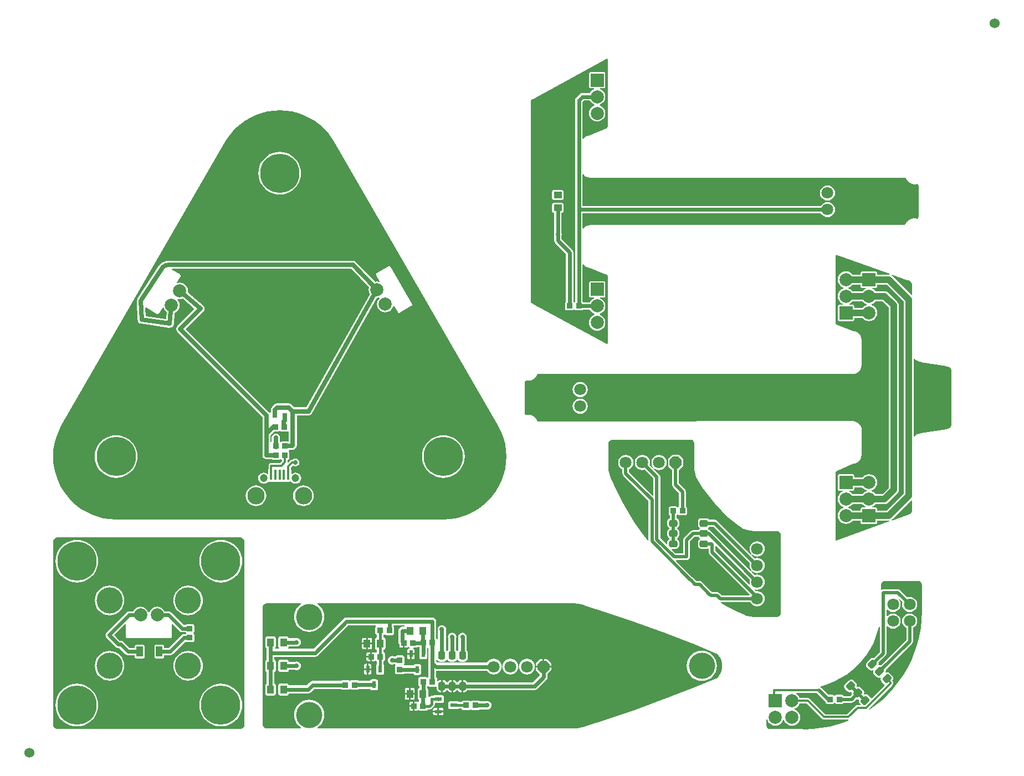
<source format=gtl>
G04 Layer_Physical_Order=1*
G04 Layer_Color=255*
%FSLAX44Y44*%
%MOMM*%
G71*
G01*
G75*
%ADD10C,1.0000*%
%ADD11R,0.8500X0.8500*%
%ADD12R,1.0000X1.6000*%
%ADD13C,0.6000*%
%ADD14R,1.2500X1.0000*%
%ADD15R,0.8500X0.8500*%
G04:AMPARAMS|DCode=16|XSize=1.3mm|YSize=1mm|CornerRadius=0.25mm|HoleSize=0mm|Usage=FLASHONLY|Rotation=45.000|XOffset=0mm|YOffset=0mm|HoleType=Round|Shape=RoundedRectangle|*
%AMROUNDEDRECTD16*
21,1,1.3000,0.5000,0,0,45.0*
21,1,0.8000,1.0000,0,0,45.0*
1,1,0.5000,0.4596,0.1061*
1,1,0.5000,-0.1061,-0.4596*
1,1,0.5000,-0.4596,-0.1061*
1,1,0.5000,0.1061,0.4596*
%
%ADD16ROUNDEDRECTD16*%
%ADD17C,0.5000*%
%ADD18C,0.3000*%
G04:AMPARAMS|DCode=19|XSize=1.3mm|YSize=1mm|CornerRadius=0.25mm|HoleSize=0mm|Usage=FLASHONLY|Rotation=270.000|XOffset=0mm|YOffset=0mm|HoleType=Round|Shape=RoundedRectangle|*
%AMROUNDEDRECTD19*
21,1,1.3000,0.5000,0,0,270.0*
21,1,0.8000,1.0000,0,0,270.0*
1,1,0.5000,-0.2500,-0.4000*
1,1,0.5000,-0.2500,0.4000*
1,1,0.5000,0.2500,0.4000*
1,1,0.5000,0.2500,-0.4000*
%
%ADD19ROUNDEDRECTD19*%
%ADD20R,1.0000X1.2500*%
%ADD21R,0.6000X1.1000*%
%ADD22R,1.1000X0.6000*%
%ADD23C,0.4000*%
G04:AMPARAMS|DCode=24|XSize=1.3mm|YSize=1mm|CornerRadius=0.25mm|HoleSize=0mm|Usage=FLASHONLY|Rotation=180.000|XOffset=0mm|YOffset=0mm|HoleType=Round|Shape=RoundedRectangle|*
%AMROUNDEDRECTD24*
21,1,1.3000,0.5000,0,0,180.0*
21,1,0.8000,1.0000,0,0,180.0*
1,1,0.5000,-0.4000,0.2500*
1,1,0.5000,0.4000,0.2500*
1,1,0.5000,0.4000,-0.2500*
1,1,0.5000,-0.4000,-0.2500*
%
%ADD24ROUNDEDRECTD24*%
%ADD25C,0.7000*%
%ADD26R,0.4000X1.6000*%
%ADD27R,0.8000X0.8000*%
%ADD28C,1.5240*%
%ADD29C,1.8000*%
%ADD30R,2.0000X2.0000*%
%ADD31C,2.0000*%
%ADD32C,4.0000*%
%ADD33C,6.0000*%
%ADD34C,0.7000*%
%ADD35P,1.9483X8X202.5*%
%ADD36C,1.2000*%
%ADD37C,2.6400*%
G36*
X901146Y1077355D02*
X901146Y976277D01*
X901146Y976102D01*
X901132Y974863D01*
X901030Y974137D01*
X901126Y974802D01*
X900962Y973655D01*
X900921Y973448D01*
X900226Y972409D01*
X899187Y971715D01*
X898871Y971652D01*
X898871Y971652D01*
X898483Y971470D01*
X874007Y961039D01*
X871396Y960695D01*
X868046Y959308D01*
X865170Y957101D01*
X863868Y955405D01*
X862598Y955836D01*
Y1012219D01*
X864813Y1014434D01*
X873783D01*
X874072Y1013738D01*
X876075Y1011127D01*
X878686Y1009123D01*
X881413Y1007993D01*
X881414Y1007992D01*
Y1006692D01*
X881413Y1006690D01*
X878686Y1005560D01*
X876075Y1003557D01*
X874072Y1000946D01*
X872812Y997905D01*
X872383Y994642D01*
X872812Y991378D01*
X874072Y988338D01*
X876075Y985727D01*
X878686Y983723D01*
X881727Y982463D01*
X884990Y982034D01*
X888253Y982463D01*
X891294Y983723D01*
X893905Y985727D01*
X895909Y988338D01*
X897169Y991378D01*
X897598Y994642D01*
X897169Y997905D01*
X895909Y1000946D01*
X893905Y1003557D01*
X891294Y1005560D01*
X888568Y1006690D01*
X888567Y1006692D01*
Y1007992D01*
X888568Y1007993D01*
X891294Y1009123D01*
X893905Y1011127D01*
X895909Y1013738D01*
X897169Y1016778D01*
X897598Y1020042D01*
X897169Y1023305D01*
X895909Y1026346D01*
X893905Y1028957D01*
X891294Y1030960D01*
X889695Y1031623D01*
X889948Y1032893D01*
X894990D01*
X895966Y1033087D01*
X896793Y1033639D01*
X897345Y1034466D01*
X897539Y1035442D01*
Y1055442D01*
X897345Y1056417D01*
X896793Y1057244D01*
X895966Y1057797D01*
X894990Y1057991D01*
X874990D01*
X874015Y1057797D01*
X873188Y1057244D01*
X872635Y1056417D01*
X872441Y1055442D01*
Y1035442D01*
X872635Y1034466D01*
X873188Y1033639D01*
X874015Y1033087D01*
X874990Y1032893D01*
X880033D01*
X880285Y1031623D01*
X878686Y1030960D01*
X876075Y1028957D01*
X874072Y1026346D01*
X873783Y1025649D01*
X862490D01*
X860344Y1025222D01*
X858525Y1024007D01*
X853025Y1018507D01*
X851809Y1016688D01*
X851383Y1014542D01*
Y706391D01*
X850938Y706094D01*
X850804Y705893D01*
X849518Y705814D01*
X848598Y706722D01*
Y782042D01*
X848171Y784188D01*
X846956Y786007D01*
X830598Y802365D01*
Y807635D01*
X830642Y807701D01*
X831108Y810042D01*
X830642Y812383D01*
X830598Y812449D01*
Y842493D01*
X831240D01*
X832216Y842687D01*
X833043Y843239D01*
X833595Y844066D01*
X833789Y845042D01*
Y855042D01*
X833595Y856017D01*
X833043Y856844D01*
X832216Y857397D01*
X831240Y857591D01*
X818740D01*
X817765Y857397D01*
X816938Y856844D01*
X816385Y856017D01*
X816191Y855042D01*
Y845042D01*
X816385Y844066D01*
X816938Y843239D01*
X817765Y842687D01*
X818740Y842493D01*
X819383D01*
Y812449D01*
X819339Y812383D01*
X818873Y810042D01*
X819339Y807701D01*
X819383Y807635D01*
Y800042D01*
X819809Y797896D01*
X821025Y796076D01*
X837383Y779719D01*
Y706391D01*
X836938Y706094D01*
X836385Y705267D01*
X836191Y704292D01*
Y695792D01*
X836385Y694816D01*
X836938Y693989D01*
X837765Y693437D01*
X838740Y693243D01*
X847240D01*
X848216Y693437D01*
X849043Y693989D01*
X849282Y694348D01*
X850698D01*
X850938Y693989D01*
X851765Y693437D01*
X852740Y693243D01*
X861240D01*
X862216Y693437D01*
X863043Y693989D01*
X863340Y694434D01*
X873783D01*
X874072Y693738D01*
X876075Y691126D01*
X878686Y689123D01*
X881413Y687993D01*
X881414Y687992D01*
Y686692D01*
X881413Y686690D01*
X878686Y685560D01*
X876075Y683557D01*
X874072Y680946D01*
X872812Y677905D01*
X872383Y674642D01*
X872812Y671378D01*
X874072Y668338D01*
X876075Y665726D01*
X878686Y663723D01*
X881727Y662463D01*
X884990Y662034D01*
X888253Y662463D01*
X891294Y663723D01*
X893905Y665726D01*
X895909Y668338D01*
X897169Y671378D01*
X897598Y674642D01*
X897169Y677905D01*
X895909Y680946D01*
X893905Y683557D01*
X891294Y685560D01*
X888568Y686690D01*
X888567Y686692D01*
Y687992D01*
X888568Y687993D01*
X891294Y689123D01*
X893905Y691126D01*
X895909Y693738D01*
X897169Y696778D01*
X897598Y700042D01*
X897169Y703305D01*
X895909Y706346D01*
X893905Y708957D01*
X891294Y710960D01*
X889695Y711623D01*
X889948Y712893D01*
X894990D01*
X895966Y713087D01*
X896793Y713639D01*
X897345Y714466D01*
X897539Y715442D01*
Y735442D01*
X897345Y736417D01*
X896793Y737244D01*
X895966Y737797D01*
X894990Y737991D01*
X874990D01*
X874015Y737797D01*
X873188Y737244D01*
X872635Y736417D01*
X872441Y735442D01*
Y715442D01*
X872635Y714466D01*
X873188Y713639D01*
X874015Y713087D01*
X874990Y712893D01*
X880033D01*
X880285Y711623D01*
X878686Y710960D01*
X876075Y708957D01*
X874072Y706346D01*
X873783Y705649D01*
X863340D01*
X863043Y706094D01*
X862598Y706391D01*
Y763464D01*
X863868Y763895D01*
X865170Y762199D01*
X868046Y759992D01*
X871396Y758604D01*
X874146Y758242D01*
X897428Y749029D01*
X897743Y748905D01*
X898862Y748435D01*
X899015Y748355D01*
X898875Y748429D01*
X899898Y747889D01*
X899015Y748355D01*
X899975Y747842D01*
X900226Y747674D01*
X900921Y746635D01*
X900962Y746428D01*
X901126Y745282D01*
X901030Y745946D01*
X900962Y746428D01*
X900954Y746468D01*
X901030Y745946D01*
X901132Y745220D01*
X901146Y743981D01*
X901146Y743806D01*
X901146Y642728D01*
X900055Y642078D01*
X787294Y703165D01*
X786821Y703421D01*
X786469Y703587D01*
X786461Y703593D01*
X786213Y703709D01*
X785155Y704280D01*
X784600Y704651D01*
X783834Y705798D01*
Y1014285D01*
X784600Y1015432D01*
X785926Y1016318D01*
X786213Y1016375D01*
X786213Y1016375D01*
X786455Y1016489D01*
X786461Y1016490D01*
X786470Y1016496D01*
X786821Y1016662D01*
X900055Y1078005D01*
X901146Y1077355D01*
D02*
G37*
G36*
X409431Y998768D02*
X418771Y997383D01*
X427931Y995089D01*
X436821Y991907D01*
X445357Y987870D01*
X453456Y983016D01*
X461041Y977391D01*
X468037Y971050D01*
X474378Y964053D01*
X480003Y956469D01*
X483239Y951071D01*
X483274Y951091D01*
X733274Y518078D01*
X733239Y518058D01*
X734857Y515357D01*
X738895Y506821D01*
X742076Y497931D01*
X744370Y488771D01*
X745756Y479431D01*
X746219Y470000D01*
X745756Y460569D01*
X744370Y451229D01*
X742076Y442069D01*
X738895Y433179D01*
X734857Y424643D01*
X730003Y416544D01*
X724378Y408959D01*
X718037Y401963D01*
X711041Y395622D01*
X703456Y389997D01*
X695357Y385143D01*
X686821Y381105D01*
X677931Y377924D01*
X668771Y375630D01*
X659431Y374244D01*
X650253Y373793D01*
X650000Y373844D01*
X150000D01*
X149747Y373793D01*
X140569Y374244D01*
X131229Y375630D01*
X122069Y377924D01*
X113179Y381105D01*
X104643Y385143D01*
X96544Y389997D01*
X88959Y395622D01*
X81963Y401963D01*
X75622Y408959D01*
X69997Y416544D01*
X65142Y424643D01*
X61105Y433179D01*
X57924Y442069D01*
X55630Y451229D01*
X54244Y460569D01*
X53781Y470000D01*
X54244Y479431D01*
X55630Y488771D01*
X57924Y497931D01*
X61105Y506821D01*
X65142Y515357D01*
X66761Y518058D01*
X66726Y518078D01*
X316726Y951091D01*
X316761Y951071D01*
X319997Y956469D01*
X325622Y964053D01*
X331963Y971050D01*
X338959Y977391D01*
X346544Y983016D01*
X354643Y987870D01*
X363179Y991907D01*
X372069Y995089D01*
X381229Y997383D01*
X390569Y998768D01*
X400000Y999232D01*
X409431Y998768D01*
D02*
G37*
G36*
X865000Y900131D02*
X867876Y897924D01*
X871226Y896537D01*
X874821Y896064D01*
Y896091D01*
X874822Y896093D01*
X1356633Y896306D01*
X1357962Y893097D01*
X1360170Y890221D01*
X1363046Y888014D01*
X1366396Y886626D01*
X1369990Y886153D01*
Y886153D01*
X1371231Y886224D01*
X1374305Y886290D01*
X1375226Y885674D01*
X1375921Y884635D01*
X1375962Y884428D01*
X1376126Y883282D01*
X1376030Y883946D01*
X1375962Y884428D01*
X1375954Y884468D01*
X1376030Y883946D01*
X1376132Y883220D01*
X1376147Y881981D01*
X1376147Y881806D01*
Y838277D01*
X1376147Y838102D01*
X1376132Y836863D01*
X1376030Y836137D01*
X1376126Y836802D01*
X1375962Y835655D01*
X1375921Y835448D01*
X1375226Y834409D01*
X1374294Y833786D01*
X1369218Y833840D01*
X1368990Y833885D01*
Y833931D01*
X1365396Y833457D01*
X1362046Y832070D01*
X1359169Y829863D01*
X1356962Y826986D01*
X1355633Y823778D01*
X874992Y823991D01*
X874990Y824036D01*
X871396Y823562D01*
X868046Y822175D01*
X865170Y819968D01*
X863868Y818272D01*
X862598Y818703D01*
Y841734D01*
X1226866D01*
X1226945Y841542D01*
X1228789Y839140D01*
X1231191Y837296D01*
X1233988Y836138D01*
X1236990Y835742D01*
X1239993Y836138D01*
X1242790Y837296D01*
X1245192Y839140D01*
X1247036Y841542D01*
X1248194Y844340D01*
X1248590Y847342D01*
X1248194Y850344D01*
X1247036Y853141D01*
X1245192Y855544D01*
X1242790Y857387D01*
X1239993Y858546D01*
X1236990Y858941D01*
X1233988Y858546D01*
X1231191Y857387D01*
X1228789Y855544D01*
X1226945Y853141D01*
X1226866Y852949D01*
X862598D01*
Y901175D01*
X863868Y901606D01*
X865000Y900131D01*
D02*
G37*
G36*
X1331492Y749161D02*
X1331192Y747919D01*
X1330860Y747963D01*
X1312849D01*
Y750358D01*
X1312652Y751349D01*
X1312091Y752189D01*
X1311251Y752751D01*
X1310260Y752948D01*
X1290260D01*
X1289268Y752751D01*
X1288428Y752189D01*
X1287867Y751349D01*
X1287670Y750358D01*
Y747963D01*
X1275230D01*
X1274203Y749302D01*
X1271584Y751312D01*
X1268533Y752576D01*
X1265260Y753007D01*
X1261986Y752576D01*
X1258935Y751312D01*
X1256316Y749302D01*
X1254306Y746682D01*
X1253042Y743632D01*
X1252611Y740358D01*
X1253042Y737085D01*
X1254306Y734034D01*
X1256316Y731415D01*
X1258935Y729405D01*
X1261492Y728346D01*
Y726971D01*
X1258935Y725912D01*
X1256316Y723902D01*
X1254306Y721282D01*
X1253042Y718232D01*
X1252611Y714958D01*
X1253042Y711685D01*
X1254306Y708634D01*
X1256316Y706015D01*
X1258935Y704005D01*
X1260352Y703418D01*
X1260099Y702148D01*
X1255260D01*
X1254268Y701951D01*
X1253428Y701389D01*
X1252867Y700549D01*
X1252670Y699558D01*
Y679558D01*
X1252867Y678567D01*
X1253428Y677727D01*
X1254268Y677166D01*
X1255260Y676969D01*
X1275260D01*
X1276251Y677166D01*
X1277091Y677727D01*
X1277652Y678567D01*
X1277849Y679558D01*
Y681953D01*
X1290289D01*
X1291316Y680615D01*
X1293936Y678605D01*
X1296986Y677341D01*
X1300260Y676910D01*
X1303533Y677341D01*
X1306584Y678605D01*
X1309203Y680615D01*
X1311213Y683234D01*
X1312477Y686285D01*
X1312908Y689558D01*
X1312477Y692832D01*
X1311213Y695882D01*
X1309203Y698502D01*
X1306584Y700512D01*
X1304027Y701571D01*
Y702946D01*
X1306584Y704005D01*
X1309203Y706015D01*
X1310230Y707353D01*
X1321109D01*
X1330654Y697808D01*
Y422108D01*
X1321109Y412563D01*
X1310230D01*
X1309203Y413902D01*
X1306584Y415912D01*
X1304027Y416971D01*
Y418346D01*
X1306584Y419405D01*
X1309203Y421415D01*
X1311213Y424034D01*
X1312477Y427085D01*
X1312908Y430358D01*
X1312477Y433632D01*
X1311213Y436682D01*
X1309203Y439302D01*
X1306584Y441312D01*
X1303533Y442575D01*
X1300260Y443007D01*
X1296986Y442575D01*
X1293936Y441312D01*
X1291316Y439302D01*
X1290289Y437963D01*
X1277849D01*
Y440358D01*
X1277652Y441349D01*
X1277091Y442189D01*
X1276251Y442751D01*
X1275260Y442948D01*
X1255260D01*
X1254268Y442751D01*
X1253428Y442189D01*
X1252867Y441349D01*
X1252670Y440358D01*
Y420358D01*
X1252867Y419367D01*
X1253428Y418527D01*
X1254268Y417966D01*
X1255260Y417769D01*
X1260099D01*
X1260352Y416498D01*
X1258935Y415912D01*
X1256316Y413902D01*
X1254306Y411282D01*
X1253042Y408232D01*
X1252611Y404958D01*
X1253042Y401685D01*
X1254306Y398634D01*
X1256316Y396015D01*
X1258935Y394005D01*
X1261492Y392946D01*
Y391571D01*
X1258935Y390512D01*
X1256316Y388502D01*
X1254306Y385882D01*
X1253042Y382832D01*
X1252611Y379558D01*
X1253042Y376285D01*
X1254306Y373234D01*
X1256316Y370615D01*
X1258935Y368605D01*
X1261986Y367341D01*
X1265260Y366910D01*
X1268533Y367341D01*
X1271584Y368605D01*
X1274203Y370615D01*
X1275230Y371953D01*
X1287670D01*
Y369558D01*
X1287867Y368567D01*
X1288428Y367727D01*
X1289268Y367166D01*
X1290260Y366968D01*
X1310260D01*
X1311251Y367166D01*
X1312091Y367727D01*
X1312652Y368567D01*
X1312849Y369558D01*
Y371953D01*
X1330860D01*
X1331192Y371997D01*
X1331492Y370756D01*
X1250182Y341755D01*
X1249144Y342487D01*
X1249144Y443722D01*
X1249144Y443900D01*
X1249159Y445138D01*
X1249265Y445893D01*
X1249337Y446385D01*
X1249329Y446347D01*
X1249265Y445893D01*
X1249165Y445202D01*
X1249329Y446347D01*
X1249367Y446536D01*
X1250052Y447562D01*
X1251078Y448247D01*
X1251390Y448310D01*
X1251390Y448310D01*
X1251783Y448492D01*
X1276256Y458922D01*
X1278865Y459266D01*
X1282224Y460657D01*
X1285109Y462871D01*
X1287323Y465755D01*
X1288714Y469115D01*
X1289189Y472720D01*
X1289189D01*
X1289146Y472763D01*
X1289228Y509614D01*
X1289314Y510048D01*
X1289358D01*
X1288884Y513653D01*
X1287492Y517012D01*
X1285279Y519897D01*
X1282394Y522111D01*
X1279034Y523502D01*
X1275429Y523977D01*
Y523950D01*
X1275427Y523948D01*
X793643Y523735D01*
X792323Y526923D01*
X790109Y529808D01*
X787224Y532021D01*
X783865Y533413D01*
X780260Y533887D01*
Y533887D01*
X779019Y533817D01*
X775955Y533751D01*
X775052Y534355D01*
X774367Y535380D01*
X774329Y535570D01*
X774165Y536715D01*
X774265Y536024D01*
X774159Y536779D01*
X774144Y538017D01*
X774144Y538195D01*
Y581722D01*
X774144Y581900D01*
X774159Y583138D01*
X774265Y583893D01*
X774337Y584385D01*
X774329Y584347D01*
X774265Y583893D01*
X774165Y583202D01*
X774329Y584347D01*
X774367Y584536D01*
X775052Y585562D01*
X775955Y586165D01*
X779019Y586099D01*
X780260Y586029D01*
Y586029D01*
X783865Y586504D01*
X787224Y587895D01*
X790109Y590109D01*
X792323Y592994D01*
X793643Y596182D01*
X1275258Y595969D01*
X1275260Y595924D01*
X1278865Y596399D01*
X1282224Y597790D01*
X1285109Y600004D01*
X1287323Y602889D01*
X1288714Y606248D01*
X1289112Y609267D01*
X1289229Y609862D01*
X1289144Y647936D01*
X1289189Y647980D01*
X1289189D01*
X1288714Y651586D01*
X1287323Y654945D01*
X1285109Y657830D01*
X1282224Y660043D01*
X1278865Y661435D01*
X1276117Y661797D01*
X1252838Y671008D01*
X1252519Y671134D01*
X1251401Y671603D01*
X1251221Y671698D01*
X1250289Y672197D01*
X1250052Y672355D01*
X1249367Y673380D01*
X1249329Y673570D01*
X1249165Y674715D01*
X1249265Y674024D01*
X1249159Y674779D01*
X1249144Y676016D01*
X1249144Y676195D01*
X1249144Y777430D01*
X1250182Y778161D01*
X1331492Y749161D01*
D02*
G37*
G36*
X1287670Y730358D02*
X1287867Y729367D01*
X1288428Y728527D01*
X1289268Y727966D01*
X1290260Y727768D01*
X1295099D01*
X1295352Y726498D01*
X1293936Y725912D01*
X1291316Y723902D01*
X1290289Y722563D01*
X1275230D01*
X1274203Y723902D01*
X1271584Y725912D01*
X1269027Y726971D01*
Y728346D01*
X1271584Y729405D01*
X1274203Y731415D01*
X1275230Y732753D01*
X1287670D01*
Y730358D01*
D02*
G37*
G36*
X1358955Y739366D02*
X1359610Y739269D01*
X1359756Y739240D01*
X1359741Y739122D01*
X1360736Y738991D01*
X1362608Y738216D01*
X1364216Y736982D01*
X1365450Y735374D01*
X1366226Y733501D01*
X1366461Y731719D01*
X1366357Y730477D01*
X1366357Y730476D01*
X1366375Y729268D01*
Y717257D01*
X1365202Y716771D01*
X1336237Y745736D01*
X1335301Y746454D01*
X1335916Y747583D01*
X1358955Y739366D01*
D02*
G37*
G36*
X1291316Y706015D02*
X1293936Y704005D01*
X1296492Y702946D01*
Y701571D01*
X1293936Y700512D01*
X1291316Y698502D01*
X1290289Y697163D01*
X1277849D01*
Y699558D01*
X1277652Y700549D01*
X1277091Y701389D01*
X1276251Y701951D01*
X1275260Y702148D01*
X1270420D01*
X1270168Y703418D01*
X1271584Y704005D01*
X1274203Y706015D01*
X1275230Y707353D01*
X1290289D01*
X1291316Y706015D01*
D02*
G37*
G36*
X1370626Y618658D02*
X1373692Y616306D01*
X1377262Y614827D01*
X1379390Y614547D01*
X1379621Y614460D01*
X1418758Y607937D01*
X1419958Y607710D01*
Y607710D01*
X1419958Y607710D01*
X1421235Y607542D01*
X1422920Y606843D01*
X1424368Y605733D01*
X1425478Y604286D01*
X1426176Y602600D01*
X1426323Y601487D01*
X1426344Y600260D01*
X1426344Y600259D01*
X1426375Y599035D01*
X1426375Y598733D01*
X1426375Y521183D01*
X1426375Y520882D01*
X1426344Y519658D01*
X1426344Y519657D01*
X1426323Y518430D01*
X1426176Y517316D01*
X1425478Y515631D01*
X1424368Y514184D01*
X1422920Y513073D01*
X1421235Y512375D01*
X1419958Y512207D01*
X1419958Y512207D01*
Y512207D01*
X1418758Y511980D01*
X1379621Y505457D01*
X1379390Y505369D01*
X1377262Y505089D01*
X1373692Y503610D01*
X1370626Y501258D01*
X1370056Y500514D01*
X1368853Y500922D01*
Y618994D01*
X1370056Y619402D01*
X1370626Y618658D01*
D02*
G37*
G36*
X1028447Y495833D02*
X1029717Y495580D01*
X1031561Y494348D01*
X1032794Y492503D01*
X1033156Y490680D01*
Y455827D01*
X1033146Y455815D01*
X1033137Y455815D01*
X1033542Y449642D01*
X1034779Y443421D01*
X1036363Y438755D01*
X1036391Y438615D01*
X1036391Y438615D01*
X1036411Y438513D01*
X1036560Y438290D01*
X1036642Y438133D01*
X1036960Y437538D01*
X1038402Y434841D01*
X1046411Y421962D01*
X1055245Y409634D01*
X1064866Y397910D01*
X1075234Y386840D01*
X1086303Y376473D01*
X1098027Y366851D01*
X1107355Y360167D01*
X1107374Y360193D01*
X1108054Y359739D01*
X1108191Y359711D01*
X1109043Y359291D01*
X1114545Y357424D01*
X1120243Y356290D01*
X1126041Y355910D01*
X1126917Y355967D01*
X1127041Y355943D01*
X1158496D01*
X1159541Y355943D01*
X1159745Y355954D01*
X1160947Y355833D01*
X1162216Y355580D01*
X1164061Y354348D01*
X1165294Y352503D01*
X1165656Y350680D01*
Y230827D01*
X1165689Y230660D01*
X1165252Y228462D01*
X1163912Y226456D01*
X1161907Y225116D01*
X1159708Y224679D01*
X1159541Y224712D01*
X1127204D01*
X1126041Y224712D01*
X1125945Y224710D01*
X1124681Y224667D01*
X1119302Y225091D01*
X1113703Y226435D01*
X1111286Y227436D01*
X1110123Y227930D01*
Y227930D01*
X1110123Y227930D01*
X1100153Y232349D01*
X1083074Y240946D01*
X1073590Y246319D01*
X1073925Y247589D01*
X1119179D01*
X1119461Y246908D01*
X1121310Y244497D01*
X1123721Y242647D01*
X1126528Y241485D01*
X1129541Y241088D01*
X1132553Y241485D01*
X1135361Y242647D01*
X1137771Y244497D01*
X1139621Y246908D01*
X1140784Y249715D01*
X1141180Y252727D01*
X1140784Y255740D01*
X1139621Y258547D01*
X1137771Y260958D01*
X1135361Y262808D01*
X1132553Y263970D01*
X1129541Y264367D01*
X1127425Y264088D01*
X1125632Y265881D01*
X1126351Y266958D01*
X1126528Y266884D01*
X1129541Y266488D01*
X1132553Y266884D01*
X1135361Y268047D01*
X1137771Y269897D01*
X1139621Y272308D01*
X1140784Y275115D01*
X1141180Y278127D01*
X1140784Y281140D01*
X1139621Y283947D01*
X1137771Y286358D01*
X1135361Y288208D01*
X1132553Y289370D01*
X1129541Y289767D01*
X1126528Y289370D01*
X1125847Y289088D01*
X1121005Y293931D01*
X1121844Y294888D01*
X1123721Y293447D01*
X1126528Y292285D01*
X1129541Y291888D01*
X1132553Y292285D01*
X1135361Y293447D01*
X1137771Y295297D01*
X1139621Y297708D01*
X1140784Y300515D01*
X1141180Y303527D01*
X1140784Y306540D01*
X1139621Y309347D01*
X1137771Y311758D01*
X1135361Y313608D01*
X1132553Y314770D01*
X1129541Y315167D01*
X1126528Y314770D01*
X1125847Y314488D01*
X1121005Y319331D01*
X1121844Y320288D01*
X1123721Y318847D01*
X1126528Y317684D01*
X1129541Y317288D01*
X1132553Y317684D01*
X1135361Y318847D01*
X1137771Y320697D01*
X1139621Y323108D01*
X1140784Y325915D01*
X1141180Y328927D01*
X1140784Y331940D01*
X1139621Y334747D01*
X1137771Y337158D01*
X1135361Y339008D01*
X1132553Y340170D01*
X1129541Y340567D01*
X1126528Y340170D01*
X1123721Y339008D01*
X1121310Y337158D01*
X1119461Y334747D01*
X1118298Y331940D01*
X1117901Y328927D01*
X1118298Y325915D01*
X1119461Y323108D01*
X1120901Y321231D01*
X1119944Y320391D01*
X1068624Y371711D01*
X1066957Y372825D01*
X1064991Y373216D01*
X1056589D01*
X1055925Y374211D01*
X1054257Y375325D01*
X1052291Y375716D01*
X1044291D01*
X1042324Y375325D01*
X1040657Y374211D01*
X1039543Y372544D01*
X1039152Y370577D01*
Y365577D01*
X1039543Y363611D01*
X1040657Y361944D01*
X1042278Y360861D01*
X1042324Y360561D01*
Y359844D01*
X1042278Y359544D01*
X1040657Y358461D01*
X1039993Y357466D01*
X1031541D01*
X1029574Y357075D01*
X1027907Y355961D01*
X1018157Y346211D01*
X1017043Y344544D01*
X1016652Y342577D01*
Y321966D01*
X1004919D01*
X999120Y327765D01*
X999606Y328939D01*
X1005291D01*
X1007257Y329330D01*
X1008924Y330444D01*
X1010038Y332111D01*
X1010430Y334077D01*
Y339077D01*
X1010038Y341044D01*
X1008924Y342711D01*
X1007303Y343794D01*
X1007257Y344094D01*
Y344811D01*
X1007303Y345111D01*
X1008924Y346194D01*
X1010038Y347861D01*
X1010430Y349827D01*
Y354827D01*
X1010038Y356794D01*
X1008924Y358461D01*
X1007303Y359544D01*
X1007257Y359844D01*
Y360561D01*
X1007303Y360861D01*
X1008924Y361944D01*
X1010038Y363611D01*
X1010430Y365577D01*
Y370577D01*
X1010038Y372544D01*
X1008924Y374211D01*
X1007257Y375325D01*
X1006430Y375490D01*
Y380164D01*
X1006532Y380185D01*
X1007372Y380746D01*
X1007562Y381031D01*
X1009019D01*
X1009210Y380746D01*
X1010050Y380185D01*
X1011041Y379988D01*
X1019541D01*
X1020532Y380185D01*
X1021372Y380746D01*
X1021934Y381586D01*
X1022131Y382577D01*
Y391077D01*
X1021934Y392068D01*
X1021372Y392909D01*
X1020532Y393470D01*
X1020430Y393490D01*
Y416327D01*
X1020038Y418294D01*
X1018924Y419961D01*
X1010080Y428806D01*
Y449365D01*
X1010432Y449435D01*
X1011272Y449996D01*
X1015772Y454496D01*
X1016333Y455336D01*
X1016531Y456327D01*
Y465327D01*
X1016333Y466319D01*
X1015772Y467159D01*
X1011272Y471659D01*
X1010432Y472220D01*
X1009441Y472417D01*
X1000441D01*
X999450Y472220D01*
X998610Y471659D01*
X994110Y467159D01*
X993548Y466319D01*
X993351Y465327D01*
Y456327D01*
X993548Y455336D01*
X994110Y454496D01*
X998610Y449996D01*
X999450Y449435D01*
X999802Y449365D01*
Y426677D01*
X1000193Y424711D01*
X1001307Y423044D01*
X1010152Y414199D01*
Y393490D01*
X1010050Y393470D01*
X1009210Y392909D01*
X1009019Y392624D01*
X1007562D01*
X1007372Y392909D01*
X1006532Y393470D01*
X1005541Y393667D01*
X997041D01*
X996050Y393470D01*
X995210Y392909D01*
X994648Y392068D01*
X994451Y391077D01*
Y382577D01*
X994648Y381586D01*
X995210Y380746D01*
X996050Y380185D01*
X996152Y380164D01*
Y375490D01*
X995324Y375325D01*
X993657Y374211D01*
X992543Y372544D01*
X992152Y370577D01*
Y365577D01*
X992543Y363611D01*
X993657Y361944D01*
X995278Y360861D01*
X995324Y360561D01*
Y359844D01*
X995278Y359544D01*
X993657Y358461D01*
X992543Y356794D01*
X992152Y354827D01*
Y349827D01*
X992543Y347861D01*
X993657Y346194D01*
X995278Y345111D01*
X995324Y344811D01*
Y344094D01*
X995278Y343794D01*
X993657Y342711D01*
X992543Y341044D01*
X992152Y339077D01*
Y336393D01*
X990979Y335907D01*
X981448Y345437D01*
Y438659D01*
X981057Y440625D01*
X979943Y442293D01*
X971005Y451231D01*
X971844Y452188D01*
X973721Y450747D01*
X976528Y449585D01*
X979541Y449188D01*
X982553Y449585D01*
X985361Y450747D01*
X987771Y452597D01*
X989621Y455008D01*
X990784Y457815D01*
X991180Y460827D01*
X990784Y463840D01*
X989621Y466647D01*
X987771Y469058D01*
X985361Y470908D01*
X982553Y472070D01*
X979541Y472467D01*
X976528Y472070D01*
X973721Y470908D01*
X971310Y469058D01*
X969461Y466647D01*
X968298Y463840D01*
X967901Y460827D01*
X968298Y457815D01*
X969461Y455008D01*
X970901Y453130D01*
X969944Y452291D01*
X965102Y457134D01*
X965384Y457815D01*
X965780Y460827D01*
X965384Y463840D01*
X964221Y466647D01*
X962371Y469058D01*
X959961Y470908D01*
X957153Y472070D01*
X954141Y472467D01*
X951128Y472070D01*
X948321Y470908D01*
X945910Y469058D01*
X944061Y466647D01*
X942898Y463840D01*
X942501Y460827D01*
X942898Y457815D01*
X944061Y455008D01*
X945910Y452597D01*
X948321Y450747D01*
X951128Y449585D01*
X954141Y449188D01*
X957153Y449585D01*
X957834Y449867D01*
X971171Y436530D01*
Y410624D01*
X969997Y410138D01*
X933880Y446256D01*
Y450465D01*
X934561Y450747D01*
X936971Y452597D01*
X938821Y455008D01*
X939984Y457815D01*
X940380Y460827D01*
X939984Y463840D01*
X938821Y466647D01*
X936971Y469058D01*
X934561Y470908D01*
X931753Y472070D01*
X928741Y472467D01*
X925728Y472070D01*
X922921Y470908D01*
X920510Y469058D01*
X918661Y466647D01*
X917498Y463840D01*
X917101Y460827D01*
X917498Y457815D01*
X918661Y455008D01*
X920510Y452597D01*
X922921Y450747D01*
X923602Y450465D01*
Y444127D01*
X923993Y442161D01*
X925107Y440494D01*
X963631Y401970D01*
Y341931D01*
X962361Y341494D01*
X953812Y352448D01*
X942802Y368081D01*
X932573Y384235D01*
X923148Y400872D01*
X914551Y417951D01*
X906803Y435431D01*
X904693Y440901D01*
X904695Y440906D01*
X904695Y440905D01*
X903879Y442874D01*
X902386Y449094D01*
X901913Y455103D01*
X901958Y455327D01*
Y488752D01*
X901988Y489960D01*
X902183Y491184D01*
X902798Y492668D01*
X903855Y494046D01*
X905232Y495103D01*
X906836Y495767D01*
X907945Y495913D01*
X909173Y495912D01*
X909174Y495912D01*
X910392Y495943D01*
X910773Y495943D01*
X1025996D01*
X1027041Y495943D01*
X1027245Y495954D01*
X1028447Y495833D01*
D02*
G37*
G36*
X1291316Y421415D02*
X1293936Y419405D01*
X1296492Y418346D01*
Y416971D01*
X1293936Y415912D01*
X1291316Y413902D01*
X1290289Y412563D01*
X1275230D01*
X1274203Y413902D01*
X1271584Y415912D01*
X1270168Y416498D01*
X1270420Y417769D01*
X1275260D01*
X1276251Y417966D01*
X1277091Y418527D01*
X1277652Y419367D01*
X1277849Y420358D01*
Y422753D01*
X1290289D01*
X1291316Y421415D01*
D02*
G37*
G36*
X1353643Y706820D02*
Y413097D01*
X1327710Y387163D01*
X1312849D01*
Y389558D01*
X1312652Y390549D01*
X1312091Y391390D01*
X1311251Y391951D01*
X1310260Y392148D01*
X1305420D01*
X1305168Y393418D01*
X1306584Y394005D01*
X1309203Y396015D01*
X1310230Y397353D01*
X1324260D01*
X1326228Y397612D01*
X1328062Y398372D01*
X1329637Y399581D01*
X1343637Y413581D01*
X1344846Y415156D01*
X1345605Y416990D01*
X1345865Y418958D01*
Y700958D01*
X1345605Y702927D01*
X1344846Y704761D01*
X1343637Y706336D01*
X1329637Y720336D01*
X1328062Y721544D01*
X1326228Y722304D01*
X1324260Y722563D01*
X1310230D01*
X1309203Y723902D01*
X1306584Y725912D01*
X1305168Y726498D01*
X1305420Y727768D01*
X1310260D01*
X1311251Y727966D01*
X1312091Y728527D01*
X1312652Y729367D01*
X1312849Y730358D01*
Y732753D01*
X1327710D01*
X1353643Y706820D01*
D02*
G37*
G36*
X1291316Y396015D02*
X1293936Y394005D01*
X1295352Y393418D01*
X1295099Y392148D01*
X1290260D01*
X1289268Y391951D01*
X1288428Y391390D01*
X1287867Y390549D01*
X1287670Y389558D01*
Y387163D01*
X1275230D01*
X1274203Y388502D01*
X1271584Y390512D01*
X1269027Y391571D01*
Y392946D01*
X1271584Y394005D01*
X1274203Y396015D01*
X1275230Y397353D01*
X1290289D01*
X1291316Y396015D01*
D02*
G37*
G36*
X1366375Y402659D02*
Y390649D01*
X1366357Y389441D01*
X1366357Y389440D01*
X1366461Y388198D01*
X1366226Y386415D01*
X1365450Y384543D01*
X1364216Y382935D01*
X1362608Y381701D01*
X1360736Y380925D01*
X1359741Y380794D01*
X1359756Y380676D01*
X1359610Y380647D01*
X1358955Y380550D01*
X1335916Y372333D01*
X1335301Y373463D01*
X1336237Y374181D01*
X1365202Y403145D01*
X1366375Y402659D01*
D02*
G37*
G36*
X342381Y345749D02*
X344400Y344400D01*
X345749Y342381D01*
X346189Y340167D01*
X346156Y340000D01*
Y60000D01*
X346189Y59833D01*
X345749Y57619D01*
X344400Y55600D01*
X342381Y54251D01*
X340167Y53811D01*
X340000Y53844D01*
X60000D01*
X59833Y53811D01*
X57619Y54251D01*
X55600Y55600D01*
X54251Y57619D01*
X53811Y59833D01*
X53844Y60000D01*
Y340000D01*
X53811Y340167D01*
X54251Y342381D01*
X55600Y344400D01*
X57619Y345749D01*
X59833Y346189D01*
X60000Y346156D01*
X340000D01*
X340167Y346189D01*
X342381Y345749D01*
D02*
G37*
G36*
X1118580Y307221D02*
X1118298Y306540D01*
X1117901Y303527D01*
X1118298Y300515D01*
X1119461Y297708D01*
X1120901Y295830D01*
X1119944Y294991D01*
X1058975Y355961D01*
X1057307Y357075D01*
X1056781Y357180D01*
X1055925Y358461D01*
X1054304Y359544D01*
X1054257Y359844D01*
Y360561D01*
X1054304Y360861D01*
X1055925Y361944D01*
X1056589Y362939D01*
X1062862D01*
X1118580Y307221D01*
D02*
G37*
G36*
Y281821D02*
X1118298Y281140D01*
X1117901Y278127D01*
X1118298Y275115D01*
X1118371Y274938D01*
X1117294Y274219D01*
X1065930Y325584D01*
Y332812D01*
X1067103Y333298D01*
X1118580Y281821D01*
D02*
G37*
G36*
X1040657Y346194D02*
X1042278Y345111D01*
X1042324Y344811D01*
Y344094D01*
X1042278Y343794D01*
X1040657Y342711D01*
X1039543Y341044D01*
X1039152Y339077D01*
Y334077D01*
X1039543Y332111D01*
X1040657Y330444D01*
X1042324Y329330D01*
X1044291Y328939D01*
X1052291D01*
X1054257Y329330D01*
X1054532Y329513D01*
X1055652Y328915D01*
Y323455D01*
X1056043Y321488D01*
X1057157Y319821D01*
X1117939Y259039D01*
X1117453Y257866D01*
X1075404D01*
X1071981Y261289D01*
X1070314Y262403D01*
X1068348Y262794D01*
X1061525D01*
X1060262Y263638D01*
X1059896Y263710D01*
X1045324Y278282D01*
X1043657Y279396D01*
X1041691Y279787D01*
X1036881D01*
X1031813Y284856D01*
X1030468Y285755D01*
X1005707Y310515D01*
X1006193Y311689D01*
X1021791D01*
X1023757Y312080D01*
X1025424Y313194D01*
X1026538Y314861D01*
X1026930Y316827D01*
Y340449D01*
X1033669Y347189D01*
X1039993D01*
X1040657Y346194D01*
D02*
G37*
G36*
X1377366Y279527D02*
X1379372Y278187D01*
X1380712Y276181D01*
X1381149Y273983D01*
X1381116Y273815D01*
Y243413D01*
X1381120Y243391D01*
X1381116Y243369D01*
X1381167Y238872D01*
X1381137Y237626D01*
Y237626D01*
X1381137Y237626D01*
X1381306Y232890D01*
X1380848Y220065D01*
X1379476Y207304D01*
X1377198Y194674D01*
X1374024Y182239D01*
X1369971Y170062D01*
X1365060Y158206D01*
X1359315Y146729D01*
X1352766Y135692D01*
X1345447Y125150D01*
X1337394Y115157D01*
X1328649Y105764D01*
X1319256Y97019D01*
X1309263Y88967D01*
X1301307Y83442D01*
X1300490Y84421D01*
X1335913Y119845D01*
X1336806Y121181D01*
X1337120Y122757D01*
Y125050D01*
X1336806Y126626D01*
X1336029Y127789D01*
X1337098Y129390D01*
X1337489Y131356D01*
X1337098Y133323D01*
X1335984Y134990D01*
X1332449Y138525D01*
X1330782Y139639D01*
X1328815Y140030D01*
X1326903Y139650D01*
X1326658Y139830D01*
X1326151Y140336D01*
X1325972Y140581D01*
X1326352Y142493D01*
X1326119Y143667D01*
X1366134Y183682D01*
X1367248Y185349D01*
X1367639Y187316D01*
Y208053D01*
X1368320Y208335D01*
X1370731Y210185D01*
X1372581Y212596D01*
X1373743Y215403D01*
X1374140Y218416D01*
X1373743Y221428D01*
X1372581Y224235D01*
X1370731Y226646D01*
X1368320Y228496D01*
X1365513Y229659D01*
X1362500Y230055D01*
X1359488Y229659D01*
X1356681Y228496D01*
X1354270Y226646D01*
X1352420Y224235D01*
X1351257Y221428D01*
X1350861Y218416D01*
X1351257Y215403D01*
X1352420Y212596D01*
X1354270Y210185D01*
X1356681Y208335D01*
X1357362Y208053D01*
Y189444D01*
X1318852Y150934D01*
X1317678Y151167D01*
X1315766Y150787D01*
X1315521Y150967D01*
X1315014Y151473D01*
X1314835Y151718D01*
X1315215Y153630D01*
X1314982Y154804D01*
X1325634Y165456D01*
X1326748Y167123D01*
X1327139Y169089D01*
Y210465D01*
X1328342Y210874D01*
X1328870Y210185D01*
X1331281Y208335D01*
X1334088Y207173D01*
X1337100Y206776D01*
X1340113Y207173D01*
X1342920Y208335D01*
X1345331Y210185D01*
X1347181Y212596D01*
X1348343Y215403D01*
X1348740Y218416D01*
X1348343Y221428D01*
X1347181Y224235D01*
X1345331Y226646D01*
X1342920Y228496D01*
X1340113Y229659D01*
X1337100Y230055D01*
X1334088Y229659D01*
X1331281Y228496D01*
X1328870Y226646D01*
X1328342Y225958D01*
X1327139Y226366D01*
Y235865D01*
X1328342Y236274D01*
X1328870Y235585D01*
X1331281Y233735D01*
X1334088Y232573D01*
X1337100Y232176D01*
X1340113Y232573D01*
X1342920Y233735D01*
X1345331Y235585D01*
X1347181Y237996D01*
X1348343Y240803D01*
X1348740Y243815D01*
X1348343Y246828D01*
X1347181Y249635D01*
X1345740Y251513D01*
X1346697Y252352D01*
X1351540Y247509D01*
X1351257Y246828D01*
X1350861Y243815D01*
X1351257Y240803D01*
X1352420Y237996D01*
X1354270Y235585D01*
X1356681Y233735D01*
X1359488Y232573D01*
X1362500Y232176D01*
X1365513Y232573D01*
X1368320Y233735D01*
X1370731Y235585D01*
X1372581Y237996D01*
X1373743Y240803D01*
X1374140Y243815D01*
X1373743Y246828D01*
X1372581Y249635D01*
X1370731Y252046D01*
X1368320Y253896D01*
X1365513Y255058D01*
X1362500Y255455D01*
X1359488Y255058D01*
X1358807Y254776D01*
X1348134Y265449D01*
X1346467Y266563D01*
X1344500Y266954D01*
X1322310D01*
X1320344Y266563D01*
X1320005Y266337D01*
X1318885Y266935D01*
Y272771D01*
X1318885Y273815D01*
X1318874Y274019D01*
X1318995Y275221D01*
X1319248Y276491D01*
X1320480Y278336D01*
X1322325Y279568D01*
X1324148Y279931D01*
X1375000D01*
X1375167Y279964D01*
X1377366Y279527D01*
D02*
G37*
G36*
X1316862Y209489D02*
Y171218D01*
X1307715Y162071D01*
X1306541Y162304D01*
X1304575Y161913D01*
X1302908Y160799D01*
X1297251Y155142D01*
X1296137Y153475D01*
X1295746Y151509D01*
X1296137Y149542D01*
X1297251Y147875D01*
X1300786Y144340D01*
X1302453Y143226D01*
X1304420Y142835D01*
X1306332Y143215D01*
X1306577Y143035D01*
X1307083Y142529D01*
X1307263Y142284D01*
X1306883Y140372D01*
X1307274Y138405D01*
X1308388Y136738D01*
X1311923Y133203D01*
X1313590Y132089D01*
X1315557Y131698D01*
X1317469Y132078D01*
X1317714Y131898D01*
X1318220Y131392D01*
X1318400Y131147D01*
X1318020Y129235D01*
X1318411Y127268D01*
X1319525Y125601D01*
X1323060Y122066D01*
X1324036Y121414D01*
X1324265Y119847D01*
X1304969Y100551D01*
X1303402Y100780D01*
X1302750Y101756D01*
X1299215Y105291D01*
X1297547Y106405D01*
X1295581Y106797D01*
X1293669Y106416D01*
X1293424Y106596D01*
X1292917Y107102D01*
X1292738Y107347D01*
X1293118Y109259D01*
X1292727Y111226D01*
X1291613Y112893D01*
X1288078Y116428D01*
X1286411Y117542D01*
X1284444Y117933D01*
X1282532Y117553D01*
X1282287Y117732D01*
X1281781Y118239D01*
X1281601Y118484D01*
X1281981Y120396D01*
X1281590Y122363D01*
X1280476Y124030D01*
X1276941Y127565D01*
X1275274Y128679D01*
X1273307Y129070D01*
X1271341Y128679D01*
X1269673Y127565D01*
X1264017Y121908D01*
X1262903Y120241D01*
X1262512Y118275D01*
X1262903Y116308D01*
X1264017Y114641D01*
X1267552Y111106D01*
X1269219Y109992D01*
X1271186Y109600D01*
X1273098Y109981D01*
X1273343Y109802D01*
X1273849Y109295D01*
X1274029Y109050D01*
X1273649Y107138D01*
X1273882Y105964D01*
X1271872Y103954D01*
X1261663D01*
X1261643Y104057D01*
X1261082Y104897D01*
X1260241Y105458D01*
X1259250Y105655D01*
X1250750D01*
X1249759Y105458D01*
X1248919Y104897D01*
X1248729Y104612D01*
X1247272D01*
X1247082Y104897D01*
X1246242Y105458D01*
X1245250Y105655D01*
X1238428D01*
X1227596Y116488D01*
X1226435Y117263D01*
X1226689Y118621D01*
X1227683Y118841D01*
X1237932Y122072D01*
X1247859Y126185D01*
X1257391Y131146D01*
X1266454Y136920D01*
X1274979Y143462D01*
X1282902Y150721D01*
X1290161Y158644D01*
X1296703Y167169D01*
X1302477Y176232D01*
X1307438Y185763D01*
X1311550Y195691D01*
X1314782Y205940D01*
X1315599Y209627D01*
X1316862Y209489D01*
D02*
G37*
G36*
X1234161Y95388D02*
Y94565D01*
X1234358Y93574D01*
X1234919Y92734D01*
X1235759Y92173D01*
X1236750Y91976D01*
X1245250D01*
X1246242Y92173D01*
X1247082Y92734D01*
X1247272Y93019D01*
X1248729D01*
X1248919Y92734D01*
X1249759Y92173D01*
X1250750Y91976D01*
X1259250D01*
X1260241Y92173D01*
X1261082Y92734D01*
X1261643Y93574D01*
X1261663Y93677D01*
X1274000D01*
X1275967Y94068D01*
X1277634Y95182D01*
X1281149Y98697D01*
X1282323Y98464D01*
X1284235Y98844D01*
X1284480Y98665D01*
X1284986Y98158D01*
X1285166Y97913D01*
X1284785Y96001D01*
X1285177Y94034D01*
X1286291Y92367D01*
X1287440Y91218D01*
X1286954Y90044D01*
X1283110D01*
X1281534Y89731D01*
X1280198Y88838D01*
X1267294Y75935D01*
X1233707D01*
X1210213Y99428D01*
X1208877Y100321D01*
X1207300Y100635D01*
X1194567D01*
X1193654Y102840D01*
X1191644Y105459D01*
X1189025Y107469D01*
X1189287Y108735D01*
X1220814D01*
X1234161Y95388D01*
D02*
G37*
G36*
X1229088Y68903D02*
X1230424Y68010D01*
X1232000Y67696D01*
X1269000D01*
X1269215Y66457D01*
X1264351Y64443D01*
X1252174Y60390D01*
X1239739Y57216D01*
X1227109Y54937D01*
X1214349Y53565D01*
X1201523Y53107D01*
X1198229Y53225D01*
Y53225D01*
X1196977Y53200D01*
X1151045D01*
X1150000Y53200D01*
X1149797Y53189D01*
X1148595Y53310D01*
X1147325Y53563D01*
X1145480Y54795D01*
X1144248Y56640D01*
X1143885Y58464D01*
Y67571D01*
X1145083Y67842D01*
X1146347Y64791D01*
X1148357Y62172D01*
X1150976Y60162D01*
X1154027Y58898D01*
X1157300Y58467D01*
X1160574Y58898D01*
X1163624Y60162D01*
X1166244Y62172D01*
X1168254Y64791D01*
X1169313Y67348D01*
X1170688D01*
X1171747Y64791D01*
X1173757Y62172D01*
X1176376Y60162D01*
X1179427Y58898D01*
X1182700Y58467D01*
X1185974Y58898D01*
X1189025Y60162D01*
X1191644Y62172D01*
X1193654Y64791D01*
X1194918Y67842D01*
X1195349Y71115D01*
X1194918Y74389D01*
X1193654Y77440D01*
X1191644Y80059D01*
X1189025Y82069D01*
X1186468Y83128D01*
Y84503D01*
X1189025Y85562D01*
X1191644Y87572D01*
X1193654Y90191D01*
X1194567Y92396D01*
X1205594D01*
X1229088Y68903D01*
D02*
G37*
G36*
X380000Y245646D02*
X432222D01*
X432531Y244414D01*
X432160Y244216D01*
X428658Y241342D01*
X425784Y237840D01*
X423648Y233844D01*
X422333Y229509D01*
X421889Y225000D01*
X422333Y220491D01*
X423648Y216156D01*
X425784Y212160D01*
X428658Y208658D01*
X432160Y205784D01*
X436156Y203648D01*
X440491Y202333D01*
X445000Y201889D01*
X449509Y202333D01*
X453844Y203648D01*
X457840Y205784D01*
X461342Y208658D01*
X464216Y212160D01*
X466352Y216156D01*
X467667Y220491D01*
X468111Y225000D01*
X467667Y229509D01*
X466352Y233844D01*
X464216Y237840D01*
X461342Y241342D01*
X457840Y244216D01*
X457469Y244414D01*
X457778Y245646D01*
X849867D01*
X849874Y245639D01*
X849874Y245639D01*
X849874Y245639D01*
X855075Y245298D01*
X861636Y243993D01*
X865865Y242557D01*
X867042Y242138D01*
X867043Y242138D01*
X867043Y242138D01*
X867963Y241845D01*
X899955Y231675D01*
X944732Y216387D01*
X989175Y200152D01*
X1033263Y182977D01*
X1068940Y168200D01*
X1071142Y165621D01*
X1073321Y162065D01*
X1074917Y158212D01*
X1075891Y154157D01*
X1076218Y150000D01*
X1075891Y145843D01*
X1074917Y141788D01*
X1073321Y137935D01*
X1071142Y134379D01*
X1068940Y131800D01*
X1033263Y117023D01*
X989175Y99848D01*
X944732Y83613D01*
X899955Y68325D01*
X867963Y58155D01*
X867043Y57862D01*
Y57862D01*
X866780Y57753D01*
X865596Y57351D01*
X861636Y56007D01*
X855075Y54702D01*
X849874Y54361D01*
X849874Y54361D01*
Y54361D01*
X849867Y54354D01*
X457778D01*
X457469Y55586D01*
X457840Y55784D01*
X461342Y58658D01*
X464216Y62160D01*
X466352Y66156D01*
X467667Y70491D01*
X468111Y75000D01*
X467667Y79509D01*
X466352Y83844D01*
X464216Y87840D01*
X461342Y91342D01*
X457840Y94216D01*
X453844Y96352D01*
X449509Y97667D01*
X445000Y98111D01*
X440491Y97667D01*
X436156Y96352D01*
X432160Y94216D01*
X428658Y91342D01*
X425784Y87840D01*
X423648Y83844D01*
X422333Y79509D01*
X421889Y75000D01*
X422333Y70491D01*
X423648Y66156D01*
X425784Y62160D01*
X428658Y58658D01*
X432160Y55784D01*
X432531Y55586D01*
X432222Y54354D01*
X380000D01*
X379833Y54320D01*
X377814Y54722D01*
X375960Y55960D01*
X374722Y57814D01*
X374320Y59833D01*
X374354Y60000D01*
Y240000D01*
X374320Y240167D01*
X374722Y242186D01*
X375960Y244040D01*
X377814Y245278D01*
X379833Y245680D01*
X380000Y245646D01*
D02*
G37*
%LPC*%
G36*
X901030Y974137D02*
X900954Y973615D01*
X900962Y973655D01*
X901030Y974137D01*
D02*
G37*
G36*
X831240Y877591D02*
X818740D01*
X817765Y877397D01*
X816938Y876844D01*
X816385Y876017D01*
X816191Y875042D01*
Y865042D01*
X816385Y864066D01*
X816938Y863239D01*
X817765Y862687D01*
X818740Y862493D01*
X831240D01*
X832216Y862687D01*
X833043Y863239D01*
X833595Y864066D01*
X833789Y865042D01*
Y875042D01*
X833595Y876017D01*
X833043Y876844D01*
X832216Y877397D01*
X831240Y877591D01*
D02*
G37*
G36*
X400000Y935613D02*
X394900Y935212D01*
X389926Y934018D01*
X385200Y932060D01*
X380838Y929387D01*
X376948Y926065D01*
X373626Y922175D01*
X370953Y917813D01*
X368995Y913087D01*
X367801Y908113D01*
X367399Y903013D01*
X367801Y897913D01*
X368995Y892939D01*
X370953Y888212D01*
X373626Y883851D01*
X376948Y879961D01*
X380838Y876638D01*
X385200Y873966D01*
X389926Y872008D01*
X394900Y870814D01*
X400000Y870412D01*
X405100Y870814D01*
X410074Y872008D01*
X414800Y873966D01*
X419162Y876638D01*
X423052Y879961D01*
X426374Y883851D01*
X429047Y888212D01*
X431005Y892939D01*
X432199Y897913D01*
X432601Y903013D01*
X432199Y908113D01*
X431005Y913087D01*
X429047Y917813D01*
X426374Y922175D01*
X423052Y926065D01*
X419162Y929387D01*
X414800Y932060D01*
X410074Y934018D01*
X405100Y935212D01*
X400000Y935613D01*
D02*
G37*
G36*
X512000Y769130D02*
X230000D01*
X229686Y769068D01*
X226516Y768756D01*
X223166Y767739D01*
X220079Y766089D01*
X218374Y764690D01*
X218272Y764648D01*
X218242Y764623D01*
X218225Y764616D01*
X217350Y763891D01*
X216586Y762958D01*
X216573Y762930D01*
X216554Y762910D01*
X215912Y761927D01*
X182878Y711358D01*
X182626Y710732D01*
X182271Y710158D01*
X182185Y709635D01*
X181988Y709144D01*
X181995Y708468D01*
X181886Y707802D01*
X182886Y678802D01*
X183040Y678147D01*
X183079Y677475D01*
X183311Y676996D01*
X183432Y676478D01*
X183825Y675932D01*
X184118Y675326D01*
X184515Y674973D01*
X184826Y674540D01*
X185398Y674186D01*
X185900Y673739D01*
X186403Y673564D01*
X186855Y673283D01*
X187519Y673175D01*
X188155Y672954D01*
X231155Y666954D01*
X231292Y666962D01*
X231424Y666922D01*
X232479Y667030D01*
X233538Y667092D01*
X233661Y667151D01*
X233798Y667165D01*
X234732Y667669D01*
X235686Y668131D01*
X235778Y668233D01*
X235899Y668299D01*
X236569Y669121D01*
X237274Y669913D01*
X237319Y670043D01*
X237406Y670150D01*
X237710Y671166D01*
X238059Y672167D01*
X238051Y672305D01*
X238090Y672436D01*
X239713Y689581D01*
X240954Y690096D01*
X243565Y692099D01*
X245569Y694710D01*
X246828Y697751D01*
X247258Y701014D01*
X246828Y704277D01*
X245569Y707318D01*
X243772Y709660D01*
X243773Y709662D01*
X244422Y710787D01*
X244424Y710789D01*
X247350Y710403D01*
X250613Y710833D01*
X251681Y711275D01*
X269280Y696263D01*
X269330Y694994D01*
X243674Y669339D01*
X242348Y667354D01*
X241882Y665013D01*
X242348Y662672D01*
X243674Y660687D01*
X373882Y530479D01*
Y505013D01*
Y479013D01*
Y472013D01*
X374348Y469672D01*
X375674Y467687D01*
X377659Y466361D01*
X380000Y465895D01*
X388045D01*
X388774Y465408D01*
X389750Y465214D01*
X398250D01*
X399225Y465408D01*
X400052Y465960D01*
X400292Y466319D01*
X401708D01*
X401948Y465960D01*
X402775Y465408D01*
X403750Y465214D01*
X403922D01*
Y463202D01*
X400811Y460091D01*
X387000D01*
X385439Y459781D01*
X384116Y458897D01*
X383232Y457574D01*
X382922Y456013D01*
Y451402D01*
X382645Y450988D01*
X382451Y450013D01*
Y443986D01*
X381181Y443359D01*
X380037Y444238D01*
X377969Y445094D01*
X375750Y445386D01*
X373531Y445094D01*
X371463Y444238D01*
X369688Y442875D01*
X368325Y441099D01*
X367469Y439032D01*
X367177Y436813D01*
X367469Y434594D01*
X368325Y432526D01*
X369688Y430751D01*
X371463Y429388D01*
X373531Y428532D01*
X375750Y428239D01*
X377969Y428532D01*
X380037Y429388D01*
X381812Y430751D01*
X382939Y432219D01*
X383198Y432210D01*
X384025Y431658D01*
X385000Y431464D01*
X389000D01*
X389975Y431658D01*
X390250Y431841D01*
X390524Y431658D01*
X391500Y431464D01*
X395500D01*
X396475Y431658D01*
X396750Y431841D01*
X397025Y431658D01*
X398000Y431464D01*
X402000D01*
X402975Y431658D01*
X403250Y431841D01*
X403525Y431658D01*
X404500Y431464D01*
X408500D01*
X409475Y431658D01*
X409750Y431841D01*
X410025Y431658D01*
X411000Y431464D01*
X415000D01*
X415975Y431658D01*
X416802Y432210D01*
X417061Y432219D01*
X418188Y430751D01*
X419963Y429388D01*
X422031Y428532D01*
X424250Y428239D01*
X426469Y428532D01*
X428537Y429388D01*
X430312Y430751D01*
X431675Y432526D01*
X432531Y434594D01*
X432823Y436813D01*
X432531Y439032D01*
X431675Y441099D01*
X430312Y442875D01*
X428537Y444238D01*
X426469Y445094D01*
X424250Y445386D01*
X422031Y445094D01*
X419963Y444238D01*
X418819Y443359D01*
X417549Y443986D01*
Y450013D01*
X417355Y450988D01*
X417078Y451402D01*
Y453323D01*
X420134Y456380D01*
X421659Y455361D01*
X424000Y454895D01*
X426341Y455361D01*
X428326Y456687D01*
X429652Y458672D01*
X430117Y461013D01*
X429652Y463354D01*
X428326Y465339D01*
X426341Y466665D01*
X424000Y467130D01*
X421659Y466665D01*
X419674Y465339D01*
X419509Y465091D01*
X419000D01*
X417439Y464781D01*
X416116Y463897D01*
X416116Y463896D01*
X413284Y461064D01*
X412411Y461389D01*
X412078Y461655D01*
Y465214D01*
X412250D01*
X413225Y465408D01*
X414052Y465960D01*
X414605Y466787D01*
X414799Y467763D01*
Y476263D01*
X414605Y477238D01*
X414052Y478065D01*
X414351Y479370D01*
X414892Y479895D01*
X419000D01*
X421341Y480361D01*
X423326Y481687D01*
X424326Y482687D01*
X425652Y484672D01*
X426118Y487013D01*
Y509013D01*
Y532895D01*
X444000D01*
X444818Y533058D01*
X445649Y533122D01*
X445978Y533289D01*
X446341Y533361D01*
X447034Y533824D01*
X447778Y534201D01*
X448018Y534482D01*
X448326Y534687D01*
X448789Y535380D01*
X449332Y536013D01*
X548581Y712412D01*
X548650Y712403D01*
X551576Y712789D01*
X551577Y712787D01*
X552227Y711662D01*
X552228Y711660D01*
X550431Y709318D01*
X549172Y706277D01*
X548742Y703014D01*
X549172Y699751D01*
X550431Y696710D01*
X552435Y694099D01*
X555046Y692095D01*
X558087Y690836D01*
X561350Y690406D01*
X564613Y690836D01*
X567654Y692095D01*
X570265Y694099D01*
X572269Y696710D01*
X573528Y699751D01*
X573557Y699968D01*
X574803Y700216D01*
X580128Y690992D01*
X580783Y690245D01*
X581675Y689805D01*
X582668Y689740D01*
X583610Y690060D01*
X583610Y690060D01*
X600930Y700060D01*
X601678Y700715D01*
X602118Y701607D01*
X602183Y702600D01*
X601863Y703541D01*
X569363Y759833D01*
X568707Y760581D01*
X567815Y761021D01*
X566823Y761086D01*
X565881Y760766D01*
X565881Y760766D01*
X548561Y750766D01*
X547813Y750110D01*
X547373Y749218D01*
X547308Y748226D01*
X547628Y747284D01*
X552953Y738061D01*
X552115Y737106D01*
X551913Y737190D01*
X548650Y737619D01*
X545402Y737191D01*
X516403Y767260D01*
X516357Y767292D01*
X516326Y767338D01*
X515379Y767971D01*
X514443Y768621D01*
X514388Y768633D01*
X514341Y768665D01*
X513223Y768887D01*
X512111Y769129D01*
X512055Y769119D01*
X512000Y769130D01*
D02*
G37*
G36*
X650000Y502603D02*
X644900Y502202D01*
X639926Y501008D01*
X635200Y499050D01*
X630838Y496377D01*
X626948Y493055D01*
X623626Y489165D01*
X620953Y484803D01*
X618995Y480077D01*
X617801Y475103D01*
X617399Y470003D01*
X617801Y464903D01*
X618995Y459929D01*
X620953Y455202D01*
X623626Y450841D01*
X626948Y446951D01*
X630838Y443628D01*
X635200Y440956D01*
X639926Y438998D01*
X644900Y437804D01*
X650000Y437402D01*
X655100Y437804D01*
X660074Y438998D01*
X664800Y440956D01*
X669162Y443628D01*
X673052Y446951D01*
X676374Y450841D01*
X679047Y455202D01*
X681005Y459929D01*
X682199Y464903D01*
X682600Y470003D01*
X682199Y475103D01*
X681005Y480077D01*
X679047Y484803D01*
X676374Y489165D01*
X673052Y493055D01*
X669162Y496377D01*
X664800Y499050D01*
X660074Y501008D01*
X655100Y502202D01*
X650000Y502603D01*
D02*
G37*
G36*
X150000D02*
X144900Y502202D01*
X139926Y501008D01*
X135200Y499050D01*
X130838Y496377D01*
X126948Y493055D01*
X123626Y489165D01*
X120953Y484803D01*
X118995Y480077D01*
X117801Y475103D01*
X117400Y470003D01*
X117801Y464903D01*
X118995Y459929D01*
X120953Y455202D01*
X123626Y450841D01*
X126948Y446951D01*
X130838Y443628D01*
X135200Y440956D01*
X139926Y438998D01*
X144900Y437804D01*
X150000Y437402D01*
X155100Y437804D01*
X160074Y438998D01*
X164800Y440956D01*
X169162Y443628D01*
X173052Y446951D01*
X176374Y450841D01*
X179047Y455202D01*
X181005Y459929D01*
X182199Y464903D01*
X182600Y470003D01*
X182199Y475103D01*
X181005Y480077D01*
X179047Y484803D01*
X176374Y489165D01*
X173052Y493055D01*
X169162Y496377D01*
X164800Y499050D01*
X160074Y501008D01*
X155100Y502202D01*
X150000Y502603D01*
D02*
G37*
G36*
X436250Y425789D02*
X433172Y425486D01*
X430213Y424588D01*
X427485Y423130D01*
X425095Y421168D01*
X423133Y418777D01*
X421675Y416050D01*
X420777Y413091D01*
X420474Y410013D01*
X420777Y406935D01*
X421675Y403975D01*
X423133Y401248D01*
X425095Y398857D01*
X427485Y396895D01*
X430213Y395438D01*
X433172Y394540D01*
X436250Y394237D01*
X439328Y394540D01*
X442287Y395438D01*
X445015Y396895D01*
X447405Y398857D01*
X449367Y401248D01*
X450825Y403975D01*
X451723Y406935D01*
X452026Y410013D01*
X451723Y413091D01*
X450825Y416050D01*
X449367Y418777D01*
X447405Y421168D01*
X445015Y423130D01*
X442287Y424588D01*
X439328Y425486D01*
X436250Y425789D01*
D02*
G37*
G36*
X363750D02*
X360672Y425486D01*
X357713Y424588D01*
X354985Y423130D01*
X352595Y421168D01*
X350633Y418777D01*
X349175Y416050D01*
X348277Y413091D01*
X347974Y410013D01*
X348277Y406935D01*
X349175Y403975D01*
X350633Y401248D01*
X352595Y398857D01*
X354985Y396895D01*
X357713Y395438D01*
X360672Y394540D01*
X363750Y394237D01*
X366828Y394540D01*
X369787Y395438D01*
X372515Y396895D01*
X374905Y398857D01*
X376867Y401248D01*
X378325Y403975D01*
X379223Y406935D01*
X379526Y410013D01*
X379223Y413091D01*
X378325Y416050D01*
X376867Y418777D01*
X374905Y421168D01*
X372515Y423130D01*
X369787Y424588D01*
X366828Y425486D01*
X363750Y425789D01*
D02*
G37*
%LPD*%
G36*
X222443Y697968D02*
X222472Y697751D01*
X223731Y694710D01*
X225735Y692099D01*
X227531Y690721D01*
X226599Y680870D01*
X225602Y680082D01*
X194937Y684361D01*
X194504Y696920D01*
X195749Y697667D01*
X212390Y688059D01*
X212390Y688059D01*
X213332Y687740D01*
X214325Y687805D01*
X215217Y688245D01*
X215872Y688992D01*
X221197Y698216D01*
X222443Y697968D01*
D02*
G37*
G36*
X536632Y728660D02*
X536472Y728274D01*
X536042Y725011D01*
X536472Y721748D01*
X537731Y718707D01*
X537935Y718442D01*
X440423Y545130D01*
X422534D01*
X418326Y549338D01*
X416341Y550665D01*
X414000Y551130D01*
X396000D01*
X393659Y550665D01*
X391674Y549338D01*
X388174Y545839D01*
X386848Y543854D01*
X386382Y541513D01*
Y538343D01*
X386145Y537988D01*
X385979Y537151D01*
X385603Y536956D01*
X384681Y536807D01*
X384326Y537338D01*
X256651Y665013D01*
X283326Y691687D01*
X283462Y691891D01*
X283654Y692043D01*
X284121Y692877D01*
X284652Y693672D01*
X284700Y693912D01*
X284819Y694126D01*
X284931Y695075D01*
X285117Y696013D01*
X285070Y696253D01*
X285098Y696496D01*
X284838Y697416D01*
X284652Y698354D01*
X284516Y698558D01*
X284449Y698793D01*
X283857Y699544D01*
X283326Y700339D01*
X283122Y700475D01*
X282970Y700667D01*
X259637Y720571D01*
X259958Y723011D01*
X259528Y726274D01*
X258269Y729315D01*
X256265Y731926D01*
X253654Y733930D01*
X250613Y735190D01*
X247350Y735619D01*
X244087Y735190D01*
X243885Y735106D01*
X243047Y736061D01*
X248372Y745284D01*
X248692Y746226D01*
X248627Y747218D01*
X248187Y748110D01*
X247439Y748766D01*
X235484Y755668D01*
X235813Y756895D01*
X509401D01*
X536632Y728660D01*
D02*
G37*
G36*
X400948Y508960D02*
X401775Y508408D01*
X402750Y508214D01*
X411250D01*
X412225Y508408D01*
X412612Y508666D01*
X413882Y508091D01*
Y493590D01*
X412612Y492740D01*
X412250Y492812D01*
X403750D01*
X402775Y492618D01*
X401948Y492065D01*
X400642Y492363D01*
X400117Y492904D01*
Y497756D01*
X400368Y499013D01*
X399902Y501354D01*
X398576Y503339D01*
X396591Y504665D01*
X394250Y505130D01*
X391909Y504665D01*
X389924Y503339D01*
X389674Y503088D01*
X388348Y501104D01*
X387882Y498763D01*
Y492267D01*
X387388Y491748D01*
X386118Y492256D01*
Y502479D01*
X391852Y508214D01*
X397250D01*
X398225Y508408D01*
X399052Y508960D01*
X399292Y509319D01*
X400708D01*
X400948Y508960D01*
D02*
G37*
%LPC*%
G36*
X1236990Y884341D02*
X1233988Y883946D01*
X1231191Y882787D01*
X1228789Y880944D01*
X1226945Y878541D01*
X1225786Y875744D01*
X1225391Y872742D01*
X1225786Y869740D01*
X1226945Y866942D01*
X1228789Y864540D01*
X1231191Y862696D01*
X1233988Y861538D01*
X1236990Y861142D01*
X1239993Y861538D01*
X1242790Y862696D01*
X1245192Y864540D01*
X1247036Y866942D01*
X1248194Y869740D01*
X1248590Y872742D01*
X1248194Y875744D01*
X1247036Y878541D01*
X1245192Y880944D01*
X1242790Y882787D01*
X1239993Y883946D01*
X1236990Y884341D01*
D02*
G37*
G36*
X1376030Y836137D02*
X1375954Y835615D01*
X1375962Y835655D01*
X1376030Y836137D01*
D02*
G37*
G36*
X859260Y583998D02*
X856247Y583601D01*
X853440Y582438D01*
X851029Y580589D01*
X849180Y578178D01*
X848017Y575371D01*
X847620Y572358D01*
X848017Y569346D01*
X849180Y566539D01*
X851029Y564128D01*
X853440Y562278D01*
X856247Y561115D01*
X859260Y560719D01*
X862272Y561115D01*
X865079Y562278D01*
X867490Y564128D01*
X869340Y566539D01*
X870503Y569346D01*
X870899Y572358D01*
X870503Y575371D01*
X869340Y578178D01*
X867490Y580589D01*
X865079Y582438D01*
X862272Y583601D01*
X859260Y583998D01*
D02*
G37*
G36*
Y558598D02*
X856247Y558201D01*
X853440Y557038D01*
X851029Y555189D01*
X849180Y552778D01*
X848017Y549971D01*
X847620Y546958D01*
X848017Y543946D01*
X849180Y541138D01*
X851029Y538728D01*
X853440Y536878D01*
X856247Y535715D01*
X859260Y535319D01*
X862272Y535715D01*
X865079Y536878D01*
X867490Y538728D01*
X869340Y541138D01*
X870503Y543946D01*
X870899Y546958D01*
X870503Y549971D01*
X869340Y552778D01*
X867490Y555189D01*
X865079Y557038D01*
X862272Y558201D01*
X859260Y558598D01*
D02*
G37*
G36*
X310000Y342601D02*
X304900Y342199D01*
X299926Y341005D01*
X295200Y339047D01*
X290838Y336374D01*
X286948Y333052D01*
X283626Y329162D01*
X280953Y324800D01*
X278995Y320074D01*
X277801Y315100D01*
X277400Y310000D01*
X277801Y304900D01*
X278995Y299926D01*
X280953Y295200D01*
X283626Y290838D01*
X286948Y286948D01*
X290838Y283626D01*
X295200Y280953D01*
X299926Y278995D01*
X304900Y277801D01*
X310000Y277400D01*
X315100Y277801D01*
X320074Y278995D01*
X324800Y280953D01*
X329162Y283626D01*
X333052Y286948D01*
X336374Y290838D01*
X339047Y295200D01*
X341005Y299926D01*
X342199Y304900D01*
X342601Y310000D01*
X342199Y315100D01*
X341005Y320074D01*
X339047Y324800D01*
X336374Y329162D01*
X333052Y333052D01*
X329162Y336374D01*
X324800Y339047D01*
X320074Y341005D01*
X315100Y342199D01*
X310000Y342601D01*
D02*
G37*
G36*
X90000D02*
X84900Y342199D01*
X79926Y341005D01*
X75200Y339047D01*
X70838Y336374D01*
X66948Y333052D01*
X63626Y329162D01*
X60953Y324800D01*
X58995Y320074D01*
X57801Y315100D01*
X57400Y310000D01*
X57801Y304900D01*
X58995Y299926D01*
X60953Y295200D01*
X63626Y290838D01*
X66948Y286948D01*
X70838Y283626D01*
X75200Y280953D01*
X79926Y278995D01*
X84900Y277801D01*
X90000Y277400D01*
X95100Y277801D01*
X100074Y278995D01*
X104800Y280953D01*
X109162Y283626D01*
X113052Y286948D01*
X116374Y290838D01*
X119047Y295200D01*
X121005Y299926D01*
X122199Y304900D01*
X122600Y310000D01*
X122199Y315100D01*
X121005Y320074D01*
X119047Y324800D01*
X116374Y329162D01*
X113052Y333052D01*
X109162Y336374D01*
X104800Y339047D01*
X100074Y341005D01*
X95100Y342199D01*
X90000Y342601D01*
D02*
G37*
G36*
X212700Y240408D02*
X209437Y239978D01*
X206396Y238719D01*
X203785Y236715D01*
X201781Y234104D01*
X200652Y231377D01*
X200650Y231377D01*
X199350D01*
X199348Y231377D01*
X198219Y234104D01*
X196215Y236715D01*
X193604Y238719D01*
X190563Y239978D01*
X187300Y240408D01*
X184037Y239978D01*
X180996Y238719D01*
X178385Y236715D01*
X176381Y234104D01*
X176093Y233408D01*
X169800D01*
X167654Y232981D01*
X165835Y231765D01*
X135387Y201317D01*
X134840Y200499D01*
X134261Y199703D01*
X134234Y199593D01*
X134171Y199498D01*
X133979Y198533D01*
X133749Y197576D01*
X133766Y197464D01*
X133744Y197352D01*
X133936Y196387D01*
X134089Y195415D01*
X134149Y195318D01*
X134171Y195206D01*
X134718Y194388D01*
X135231Y193548D01*
X148479Y179196D01*
X148572Y179129D01*
X148635Y179035D01*
X149453Y178488D01*
X150249Y177909D01*
X150359Y177882D01*
X150454Y177819D01*
X151419Y177627D01*
X152376Y177397D01*
X152488Y177414D01*
X152600Y177392D01*
X154677D01*
X164035Y168035D01*
X165854Y166819D01*
X168000Y166392D01*
X178451D01*
Y164000D01*
X178645Y163025D01*
X179198Y162198D01*
X180025Y161645D01*
X181000Y161451D01*
X191000D01*
X191975Y161645D01*
X192802Y162198D01*
X193355Y163025D01*
X193549Y164000D01*
Y180000D01*
X193355Y180975D01*
X192802Y181802D01*
X191975Y182355D01*
X191000Y182549D01*
X181000D01*
X180025Y182355D01*
X179198Y181802D01*
X178645Y180975D01*
X178451Y180000D01*
Y177608D01*
X170323D01*
X160965Y186965D01*
X159146Y188181D01*
X157000Y188608D01*
X155055D01*
X147127Y197197D01*
X163681Y213750D01*
X164951Y213224D01*
Y195000D01*
X165145Y194025D01*
X165698Y193198D01*
X166525Y192645D01*
X167500Y192451D01*
X232500D01*
X233475Y192645D01*
X234302Y193198D01*
X234855Y194025D01*
X235049Y195000D01*
Y213224D01*
X236319Y213750D01*
X247035Y203035D01*
X248854Y201819D01*
X251000Y201392D01*
X256250D01*
X256548Y200948D01*
X256749Y200813D01*
X256828Y199527D01*
X255919Y198608D01*
X253600D01*
X251454Y198181D01*
X249635Y196965D01*
X230277Y177608D01*
X223549D01*
Y180000D01*
X223355Y180975D01*
X222802Y181802D01*
X221975Y182355D01*
X221000Y182549D01*
X211000D01*
X210025Y182355D01*
X209198Y181802D01*
X208645Y180975D01*
X208451Y180000D01*
Y164000D01*
X208645Y163025D01*
X209198Y162198D01*
X210025Y161645D01*
X211000Y161451D01*
X221000D01*
X221975Y161645D01*
X222802Y162198D01*
X223355Y163025D01*
X223549Y164000D01*
Y166392D01*
X232600D01*
X234746Y166819D01*
X236565Y168035D01*
X255204Y186673D01*
X256548Y186948D01*
X257375Y186395D01*
X258350Y186201D01*
X266850D01*
X267825Y186395D01*
X268652Y186948D01*
X269205Y187775D01*
X269399Y188750D01*
Y197250D01*
X269205Y198225D01*
X268652Y199052D01*
X268294Y199292D01*
Y200708D01*
X268652Y200948D01*
X269205Y201775D01*
X269399Y202750D01*
Y211250D01*
X269205Y212225D01*
X268652Y213052D01*
X267825Y213605D01*
X266850Y213799D01*
X258350D01*
X257375Y213605D01*
X256548Y213052D01*
X256250Y212608D01*
X253323D01*
X234165Y231765D01*
X232346Y232981D01*
X230200Y233408D01*
X223907D01*
X223619Y234104D01*
X221615Y236715D01*
X219004Y238719D01*
X215963Y239978D01*
X212700Y240408D01*
D02*
G37*
G36*
X260000Y272609D02*
X255589Y272174D01*
X251348Y270888D01*
X247439Y268799D01*
X244013Y265987D01*
X241201Y262561D01*
X239112Y258652D01*
X237826Y254411D01*
X237391Y250000D01*
X237826Y245589D01*
X239112Y241348D01*
X241201Y237439D01*
X244013Y234013D01*
X247439Y231201D01*
X251348Y229112D01*
X255589Y227826D01*
X260000Y227391D01*
X264411Y227826D01*
X268652Y229112D01*
X272561Y231201D01*
X275987Y234013D01*
X278799Y237439D01*
X280888Y241348D01*
X282174Y245589D01*
X282609Y250000D01*
X282174Y254411D01*
X280888Y258652D01*
X278799Y262561D01*
X275987Y265987D01*
X272561Y268799D01*
X268652Y270888D01*
X264411Y272174D01*
X260000Y272609D01*
D02*
G37*
G36*
X140000D02*
X135589Y272174D01*
X131348Y270888D01*
X127439Y268799D01*
X124013Y265987D01*
X121201Y262561D01*
X119112Y258652D01*
X117825Y254411D01*
X117391Y250000D01*
X117825Y245589D01*
X119112Y241348D01*
X121201Y237439D01*
X124013Y234013D01*
X127439Y231201D01*
X131348Y229112D01*
X135589Y227826D01*
X140000Y227391D01*
X144411Y227826D01*
X148652Y229112D01*
X152561Y231201D01*
X155987Y234013D01*
X158799Y237439D01*
X160888Y241348D01*
X162174Y245589D01*
X162609Y250000D01*
X162174Y254411D01*
X160888Y258652D01*
X158799Y262561D01*
X155987Y265987D01*
X152561Y268799D01*
X148652Y270888D01*
X144411Y272174D01*
X140000Y272609D01*
D02*
G37*
G36*
X260000Y172609D02*
X255589Y172174D01*
X251348Y170888D01*
X247439Y168799D01*
X244013Y165987D01*
X241201Y162561D01*
X239112Y158652D01*
X237826Y154411D01*
X237391Y150000D01*
X237826Y145589D01*
X239112Y141348D01*
X241201Y137439D01*
X244013Y134013D01*
X247439Y131201D01*
X251348Y129112D01*
X255589Y127826D01*
X260000Y127391D01*
X264411Y127826D01*
X268652Y129112D01*
X272561Y131201D01*
X275987Y134013D01*
X278799Y137439D01*
X280888Y141348D01*
X282174Y145589D01*
X282609Y150000D01*
X282174Y154411D01*
X280888Y158652D01*
X278799Y162561D01*
X275987Y165987D01*
X272561Y168799D01*
X268652Y170888D01*
X264411Y172174D01*
X260000Y172609D01*
D02*
G37*
G36*
X140000D02*
X135589Y172174D01*
X131348Y170888D01*
X127439Y168799D01*
X124013Y165987D01*
X121201Y162561D01*
X119112Y158652D01*
X117825Y154411D01*
X117391Y150000D01*
X117825Y145589D01*
X119112Y141348D01*
X121201Y137439D01*
X124013Y134013D01*
X127439Y131201D01*
X131348Y129112D01*
X135589Y127826D01*
X140000Y127391D01*
X144411Y127826D01*
X148652Y129112D01*
X152561Y131201D01*
X155987Y134013D01*
X158799Y137439D01*
X160888Y141348D01*
X162174Y145589D01*
X162609Y150000D01*
X162174Y154411D01*
X160888Y158652D01*
X158799Y162561D01*
X155987Y165987D01*
X152561Y168799D01*
X148652Y170888D01*
X144411Y172174D01*
X140000Y172609D01*
D02*
G37*
G36*
X310000Y122600D02*
X304900Y122199D01*
X299926Y121005D01*
X295200Y119047D01*
X290838Y116374D01*
X286948Y113052D01*
X283626Y109162D01*
X280953Y104800D01*
X278995Y100074D01*
X277801Y95100D01*
X277400Y90000D01*
X277801Y84900D01*
X278995Y79926D01*
X280953Y75200D01*
X283626Y70838D01*
X286948Y66948D01*
X290838Y63626D01*
X295200Y60953D01*
X299926Y58995D01*
X304900Y57801D01*
X310000Y57400D01*
X315100Y57801D01*
X320074Y58995D01*
X324800Y60953D01*
X329162Y63626D01*
X333052Y66948D01*
X336374Y70838D01*
X339047Y75200D01*
X341005Y79926D01*
X342199Y84900D01*
X342601Y90000D01*
X342199Y95100D01*
X341005Y100074D01*
X339047Y104800D01*
X336374Y109162D01*
X333052Y113052D01*
X329162Y116374D01*
X324800Y119047D01*
X320074Y121005D01*
X315100Y122199D01*
X310000Y122600D01*
D02*
G37*
G36*
X90000D02*
X84900Y122199D01*
X79926Y121005D01*
X75200Y119047D01*
X70838Y116374D01*
X66948Y113052D01*
X63626Y109162D01*
X60953Y104800D01*
X58995Y100074D01*
X57801Y95100D01*
X57400Y90000D01*
X57801Y84900D01*
X58995Y79926D01*
X60953Y75200D01*
X63626Y70838D01*
X66948Y66948D01*
X70838Y63626D01*
X75200Y60953D01*
X79926Y58995D01*
X84900Y57801D01*
X90000Y57400D01*
X95100Y57801D01*
X100074Y58995D01*
X104800Y60953D01*
X109162Y63626D01*
X113052Y66948D01*
X116374Y70838D01*
X119047Y75200D01*
X121005Y79926D01*
X122199Y84900D01*
X122600Y90000D01*
X122199Y95100D01*
X121005Y100074D01*
X119047Y104800D01*
X116374Y109162D01*
X113052Y113052D01*
X109162Y116374D01*
X104800Y119047D01*
X100074Y121005D01*
X95100Y122199D01*
X90000Y122600D01*
D02*
G37*
G36*
X538500Y192840D02*
X534770D01*
Y185270D01*
X541090D01*
Y190250D01*
X540893Y191241D01*
X540331Y192081D01*
X539491Y192643D01*
X538500Y192840D01*
D02*
G37*
G36*
X532230D02*
X528500D01*
X527509Y192643D01*
X526669Y192081D01*
X526107Y191241D01*
X525910Y190250D01*
Y185270D01*
X532230D01*
Y192840D01*
D02*
G37*
G36*
X541090Y182730D02*
X534770D01*
Y175160D01*
X538500D01*
X539491Y175357D01*
X540331Y175919D01*
X540893Y176759D01*
X541090Y177750D01*
Y182730D01*
D02*
G37*
G36*
X532230D02*
X525910D01*
Y177750D01*
X526107Y176759D01*
X526669Y175919D01*
X527509Y175357D01*
X528500Y175160D01*
X532230D01*
Y182730D01*
D02*
G37*
G36*
X538230Y170840D02*
X535250D01*
X534259Y170643D01*
X533419Y170081D01*
X532857Y169241D01*
X532660Y168250D01*
Y165270D01*
X538230D01*
Y170840D01*
D02*
G37*
G36*
X587500Y165809D02*
X579000D01*
X577829Y165576D01*
X576837Y164913D01*
X576640Y164618D01*
X573966D01*
X573447Y164833D01*
X571750Y165056D01*
X570053Y164833D01*
X568472Y164178D01*
X567114Y163136D01*
X566072Y161778D01*
X565417Y160197D01*
X565194Y158500D01*
X565417Y156803D01*
X566072Y155222D01*
X567114Y153864D01*
X568472Y152822D01*
X570053Y152167D01*
X571750Y151944D01*
X573447Y152167D01*
X573966Y152382D01*
X575918D01*
X576729Y151150D01*
X576674Y150669D01*
X576174Y149921D01*
X575941Y148750D01*
Y140250D01*
X576174Y139080D01*
X576837Y138087D01*
X577829Y137424D01*
X579000Y137191D01*
X587500D01*
X588671Y137424D01*
X589663Y138087D01*
X589860Y138383D01*
X604064D01*
X604174Y137830D01*
X604837Y136837D01*
X605829Y136174D01*
X607000Y135941D01*
X613000D01*
X614170Y136174D01*
X615163Y136837D01*
X615826Y137830D01*
X616059Y139000D01*
Y144205D01*
X616118Y144500D01*
X616059Y144796D01*
Y150000D01*
X615826Y151171D01*
X615163Y152163D01*
X614170Y152826D01*
X613000Y153059D01*
X607000D01*
X605829Y152826D01*
X604837Y152163D01*
X604174Y151171D01*
X604064Y150618D01*
X590841D01*
X589771Y151851D01*
X589826Y152331D01*
X590326Y153080D01*
X590559Y154250D01*
Y162750D01*
X590326Y163921D01*
X589663Y164913D01*
X588671Y165576D01*
X587500Y165809D01*
D02*
G37*
G36*
X606090Y167230D02*
X601770D01*
Y160410D01*
X603500D01*
X604491Y160607D01*
X605331Y161169D01*
X605893Y162009D01*
X606090Y163000D01*
Y167230D01*
D02*
G37*
G36*
X599230D02*
X594910D01*
Y163000D01*
X595107Y162009D01*
X595669Y161169D01*
X596509Y160607D01*
X597500Y160410D01*
X599230D01*
Y167230D01*
D02*
G37*
G36*
X538230Y162730D02*
X532660D01*
Y159750D01*
X532857Y158759D01*
X533419Y157919D01*
X534259Y157357D01*
X535250Y157160D01*
X538230D01*
Y162730D01*
D02*
G37*
G36*
X807650Y160340D02*
X804420D01*
Y150020D01*
X814740D01*
Y153250D01*
X814543Y154241D01*
X813981Y155081D01*
X809481Y159581D01*
X808641Y160143D01*
X807650Y160340D01*
D02*
G37*
G36*
X801880D02*
X798650D01*
X797659Y160143D01*
X796819Y159581D01*
X792319Y155081D01*
X791757Y154241D01*
X791560Y153250D01*
Y150020D01*
X801880D01*
Y160340D01*
D02*
G37*
G36*
X537500Y153090D02*
X535770D01*
Y146270D01*
X540090D01*
Y150500D01*
X539893Y151491D01*
X539331Y152331D01*
X538491Y152893D01*
X537500Y153090D01*
D02*
G37*
G36*
X533230D02*
X531500D01*
X530509Y152893D01*
X529669Y152331D01*
X529107Y151491D01*
X528910Y150500D01*
Y146270D01*
X533230D01*
Y153090D01*
D02*
G37*
G36*
X411000Y159309D02*
X401000D01*
X399829Y159076D01*
X398837Y158413D01*
X398174Y157421D01*
X397941Y156250D01*
Y143750D01*
X398174Y142579D01*
X398837Y141587D01*
X399829Y140924D01*
X401000Y140691D01*
X411000D01*
X412170Y140924D01*
X413163Y141587D01*
X413826Y142579D01*
X414059Y143750D01*
Y143883D01*
X423534D01*
X424053Y143667D01*
X425750Y143444D01*
X427447Y143667D01*
X429028Y144322D01*
X430386Y145364D01*
X431428Y146722D01*
X432083Y148303D01*
X432306Y150000D01*
X432083Y151697D01*
X431428Y153278D01*
X430386Y154636D01*
X429028Y155678D01*
X427447Y156333D01*
X425750Y156556D01*
X424053Y156333D01*
X423534Y156118D01*
X414059D01*
Y156250D01*
X413826Y157421D01*
X413163Y158413D01*
X412170Y159076D01*
X411000Y159309D01*
D02*
G37*
G36*
X540090Y143730D02*
X535770D01*
Y136910D01*
X537500D01*
X538491Y137107D01*
X539331Y137669D01*
X539893Y138509D01*
X540090Y139500D01*
Y143730D01*
D02*
G37*
G36*
X533230D02*
X528910D01*
Y139500D01*
X529107Y138509D01*
X529669Y137669D01*
X530509Y137107D01*
X531500Y136910D01*
X533230D01*
Y143730D01*
D02*
G37*
G36*
X633250Y224118D02*
X502000D01*
X499659Y223652D01*
X497674Y222326D01*
X451466Y176118D01*
X413249D01*
X412864Y177388D01*
X413163Y177587D01*
X413826Y178580D01*
X414059Y179750D01*
Y179883D01*
X423534D01*
X424053Y179667D01*
X425750Y179444D01*
X427447Y179667D01*
X429028Y180322D01*
X430386Y181364D01*
X431428Y182722D01*
X432083Y184303D01*
X432306Y186000D01*
X432083Y187697D01*
X431428Y189278D01*
X430386Y190636D01*
X429028Y191678D01*
X427447Y192333D01*
X425750Y192556D01*
X424053Y192333D01*
X423534Y192118D01*
X414059D01*
Y192250D01*
X413826Y193421D01*
X413163Y194413D01*
X412170Y195076D01*
X411000Y195309D01*
X401000D01*
X399829Y195076D01*
X398837Y194413D01*
X398174Y193421D01*
X397941Y192250D01*
Y179750D01*
X398174Y178580D01*
X398837Y177587D01*
X399136Y177388D01*
X398750Y176118D01*
X393249D01*
X392864Y177388D01*
X393163Y177587D01*
X393826Y178580D01*
X394059Y179750D01*
Y192250D01*
X393826Y193421D01*
X393163Y194413D01*
X392170Y195076D01*
X391000Y195309D01*
X381000D01*
X379829Y195076D01*
X378837Y194413D01*
X378174Y193421D01*
X377941Y192250D01*
Y179750D01*
X378174Y178580D01*
X378837Y177587D01*
X379829Y176924D01*
X379882Y176914D01*
Y159087D01*
X379829Y159076D01*
X378837Y158413D01*
X378174Y157421D01*
X377941Y156250D01*
Y143750D01*
X378174Y142579D01*
X378837Y141587D01*
X379829Y140924D01*
X379882Y140914D01*
Y123087D01*
X379829Y123076D01*
X378837Y122413D01*
X378174Y121421D01*
X377941Y120250D01*
Y107750D01*
X378174Y106580D01*
X378837Y105587D01*
X379829Y104924D01*
X381000Y104691D01*
X391000D01*
X392170Y104924D01*
X393163Y105587D01*
X393826Y106580D01*
X394059Y107750D01*
Y120250D01*
X393826Y121421D01*
X393163Y122413D01*
X392170Y123076D01*
X392118Y123087D01*
Y140914D01*
X392170Y140924D01*
X393163Y141587D01*
X393826Y142579D01*
X394059Y143750D01*
Y156250D01*
X393826Y157421D01*
X393163Y158413D01*
X392170Y159076D01*
X392118Y159087D01*
Y163883D01*
X454000D01*
X456341Y164348D01*
X458326Y165674D01*
X504534Y211882D01*
X546626D01*
X546995Y210908D01*
X547053Y210613D01*
X546424Y209671D01*
X546191Y208500D01*
Y200000D01*
X546424Y198829D01*
X547087Y197837D01*
X548079Y197174D01*
X548402Y197110D01*
Y193289D01*
X547329Y193076D01*
X546337Y192413D01*
X545674Y191421D01*
X545441Y190250D01*
Y177750D01*
X545674Y176579D01*
X546337Y175587D01*
X547329Y174924D01*
X548402Y174711D01*
Y171140D01*
X548079Y171076D01*
X547087Y170413D01*
X546987Y170263D01*
X545790Y170108D01*
X545413Y170194D01*
X544741Y170643D01*
X543750Y170840D01*
X540770D01*
Y164000D01*
Y157160D01*
X543750D01*
X544741Y157357D01*
X545413Y157807D01*
X545790Y157892D01*
X546987Y157737D01*
X547087Y157587D01*
X548079Y156924D01*
X548402Y156860D01*
Y152706D01*
X548337Y152663D01*
X547674Y151671D01*
X547441Y150500D01*
Y139500D01*
X547674Y138329D01*
X548337Y137337D01*
X549329Y136674D01*
X550500Y136441D01*
X556500D01*
X557671Y136674D01*
X558663Y137337D01*
X559326Y138329D01*
X559559Y139500D01*
Y150500D01*
X559326Y151671D01*
X558663Y152663D01*
X558598Y152706D01*
Y156860D01*
X558921Y156924D01*
X559913Y157587D01*
X560576Y158580D01*
X560809Y159750D01*
Y168250D01*
X560576Y169421D01*
X559913Y170413D01*
X558921Y171076D01*
X558598Y171140D01*
Y174711D01*
X559670Y174924D01*
X560663Y175587D01*
X561326Y176579D01*
X561559Y177750D01*
Y190250D01*
X561326Y191421D01*
X560663Y192413D01*
X559670Y193076D01*
X558598Y193289D01*
Y197110D01*
X558921Y197174D01*
X559913Y197837D01*
X561087D01*
X562079Y197174D01*
X563250Y196941D01*
X571750D01*
X572920Y197174D01*
X573913Y197837D01*
X574576Y198829D01*
X574809Y200000D01*
Y208500D01*
X574576Y209671D01*
X573947Y210613D01*
X574006Y210908D01*
X574374Y211882D01*
X590290D01*
X591032Y210760D01*
X590573Y209868D01*
X587250D01*
X584909Y209402D01*
X582924Y208076D01*
X581598Y206091D01*
X581132Y203750D01*
Y187250D01*
X581598Y184909D01*
X582660Y183319D01*
Y180750D01*
X582857Y179759D01*
X583419Y178919D01*
X584259Y178357D01*
X585250Y178160D01*
X588230D01*
Y185000D01*
X590770D01*
Y178160D01*
X593750D01*
X594741Y178357D01*
X595413Y178806D01*
X595790Y178892D01*
X596987Y178737D01*
X597087Y178587D01*
X598079Y177924D01*
X598403Y177860D01*
X598278Y176590D01*
X597500D01*
X596509Y176393D01*
X595669Y175831D01*
X595107Y174991D01*
X594910Y174000D01*
Y169770D01*
X606090D01*
Y174000D01*
X605893Y174991D01*
X605331Y175831D01*
X604491Y176393D01*
X604347Y176421D01*
X604472Y177691D01*
X607750D01*
X608921Y177924D01*
X609913Y178587D01*
X610110Y178883D01*
X612807D01*
X612837Y178837D01*
X613382Y178473D01*
Y168500D01*
X613441Y168204D01*
Y163000D01*
X613674Y161829D01*
X614337Y160837D01*
X615329Y160174D01*
X616500Y159941D01*
X622500D01*
X623671Y160174D01*
X624663Y160837D01*
X625326Y161829D01*
X625559Y163000D01*
Y168204D01*
X625617Y168500D01*
Y177119D01*
X626875Y177808D01*
X627132Y177653D01*
Y132110D01*
X627081Y132076D01*
X625663Y131913D01*
X624670Y132576D01*
X623500Y132809D01*
X615000D01*
X613829Y132576D01*
X612837Y131913D01*
X612174Y130921D01*
X611941Y129750D01*
Y121250D01*
X612174Y120079D01*
X612837Y119087D01*
X613132Y118890D01*
Y116436D01*
X612579Y116326D01*
X611587Y115663D01*
X610924Y114671D01*
X610691Y113500D01*
Y101000D01*
X610924Y99830D01*
X611587Y98837D01*
X612579Y98174D01*
X612632Y98164D01*
Y95110D01*
X612337Y94913D01*
X612237Y94763D01*
X611040Y94608D01*
X610663Y94694D01*
X609991Y95143D01*
X609000Y95340D01*
X606020D01*
Y88500D01*
Y81660D01*
X609000D01*
X609991Y81857D01*
X610663Y82306D01*
X611040Y82392D01*
X612237Y82237D01*
X612337Y82087D01*
X613330Y81424D01*
X614500Y81191D01*
X623000D01*
X624170Y81424D01*
X625163Y82087D01*
X625826Y83080D01*
X625890Y83402D01*
X629000D01*
X630951Y83790D01*
X632605Y84895D01*
X635605Y87895D01*
X636710Y89549D01*
X637098Y91500D01*
Y93191D01*
X641955D01*
X642250Y93132D01*
X642545Y93191D01*
X647750D01*
X648921Y93424D01*
X649913Y94087D01*
X650576Y95079D01*
X650809Y96250D01*
Y102250D01*
X650576Y103420D01*
X649913Y104413D01*
X648921Y105076D01*
X647750Y105309D01*
X642546D01*
X642250Y105368D01*
X641954Y105309D01*
X636750D01*
X635579Y105076D01*
X634587Y104413D01*
X634544Y104348D01*
X632000D01*
X630049Y103960D01*
X628395Y102855D01*
X628079Y102381D01*
X626809Y102767D01*
Y113500D01*
X626576Y114671D01*
X625913Y115663D01*
X625368Y116027D01*
Y118890D01*
X625419Y118924D01*
X626837Y119087D01*
X627830Y118424D01*
X629000Y118191D01*
X637500D01*
X638671Y118424D01*
X638841Y118538D01*
X640111Y117859D01*
Y115000D01*
X640502Y113034D01*
X641616Y111367D01*
X643283Y110253D01*
X645250Y109861D01*
X646480D01*
Y119000D01*
Y128139D01*
X645250D01*
X643283Y127748D01*
X641829Y126776D01*
X640559Y127163D01*
Y129750D01*
X640326Y130921D01*
X639663Y131913D01*
X639367Y132110D01*
Y142633D01*
X716518D01*
X718391Y140191D01*
X720898Y138268D01*
X723817Y137059D01*
X726950Y136646D01*
X730083Y137059D01*
X733002Y138268D01*
X735508Y140191D01*
X737432Y142698D01*
X738641Y145617D01*
X738934Y147845D01*
X739009Y148416D01*
X740290D01*
X740366Y147845D01*
X740659Y145617D01*
X741868Y142698D01*
X743792Y140191D01*
X746298Y138268D01*
X749217Y137059D01*
X752350Y136646D01*
X755483Y137059D01*
X758402Y138268D01*
X760909Y140191D01*
X762832Y142698D01*
X764041Y145617D01*
X764334Y147845D01*
X764409Y148416D01*
X765690D01*
X765766Y147845D01*
X766059Y145617D01*
X767268Y142698D01*
X769192Y140191D01*
X771698Y138268D01*
X774617Y137059D01*
X777750Y136646D01*
X780883Y137059D01*
X783802Y138268D01*
X786309Y140191D01*
X788232Y142698D01*
X789441Y145617D01*
X789854Y148750D01*
X789441Y151883D01*
X788232Y154802D01*
X786309Y157309D01*
X783802Y159232D01*
X780883Y160441D01*
X777750Y160854D01*
X774617Y160441D01*
X771698Y159232D01*
X769192Y157309D01*
X767268Y154802D01*
X766059Y151883D01*
X765766Y149655D01*
X765690Y149084D01*
X764409D01*
X764334Y149655D01*
X764041Y151883D01*
X762832Y154802D01*
X760909Y157309D01*
X758402Y159232D01*
X755483Y160441D01*
X752350Y160854D01*
X749217Y160441D01*
X746298Y159232D01*
X743792Y157309D01*
X741868Y154802D01*
X740659Y151883D01*
X740366Y149655D01*
X740290Y149084D01*
X739009D01*
X738934Y149655D01*
X738641Y151883D01*
X737432Y154802D01*
X735508Y157309D01*
X733002Y159232D01*
X730083Y160441D01*
X726950Y160854D01*
X723817Y160441D01*
X720898Y159232D01*
X718391Y157309D01*
X716518Y154868D01*
X641284D01*
X639367Y156784D01*
Y158618D01*
X640638Y159003D01*
X641285Y158035D01*
X643104Y156819D01*
X645250Y156392D01*
X650250D01*
X652396Y156819D01*
X654215Y158035D01*
X654861Y159002D01*
X656389D01*
X657035Y158035D01*
X658854Y156819D01*
X661000Y156392D01*
X666000D01*
X668146Y156819D01*
X669965Y158035D01*
X670611Y159002D01*
X672139D01*
X672785Y158035D01*
X674604Y156819D01*
X676750Y156392D01*
X681750D01*
X683896Y156819D01*
X685715Y158035D01*
X686931Y159854D01*
X687358Y162000D01*
Y170000D01*
X686931Y172146D01*
X685715Y173965D01*
X685368Y174198D01*
Y191784D01*
X685583Y192303D01*
X685806Y194000D01*
X685583Y195697D01*
X684928Y197278D01*
X683886Y198636D01*
X682528Y199678D01*
X680947Y200333D01*
X679250Y200556D01*
X677553Y200333D01*
X675972Y199678D01*
X674614Y198636D01*
X673572Y197278D01*
X672917Y195697D01*
X672694Y194000D01*
X672917Y192303D01*
X673132Y191784D01*
Y174198D01*
X672785Y173965D01*
X672139Y172999D01*
X670611D01*
X669965Y173965D01*
X669617Y174198D01*
Y191784D01*
X669833Y192303D01*
X670056Y194000D01*
X669833Y195697D01*
X669178Y197278D01*
X668136Y198636D01*
X666778Y199678D01*
X665197Y200333D01*
X663500Y200556D01*
X661803Y200333D01*
X660222Y199678D01*
X658864Y198636D01*
X657822Y197278D01*
X657167Y195697D01*
X656944Y194000D01*
X657167Y192303D01*
X657382Y191784D01*
Y174198D01*
X657035Y173965D01*
X656389Y172999D01*
X654861D01*
X654215Y173965D01*
X653867Y174198D01*
Y203534D01*
X654083Y204053D01*
X654306Y205750D01*
X654083Y207447D01*
X653428Y209028D01*
X652386Y210386D01*
X651028Y211428D01*
X649447Y212083D01*
X647750Y212306D01*
X646053Y212083D01*
X644472Y211428D01*
X643114Y210386D01*
X642072Y209028D01*
X641417Y207447D01*
X641194Y205750D01*
X641417Y204053D01*
X641632Y203534D01*
Y190612D01*
X640362Y190487D01*
X640326Y190671D01*
X639663Y191663D01*
X639367Y191860D01*
Y218000D01*
X638902Y220341D01*
X637576Y222326D01*
X635591Y223652D01*
X633250Y224118D01*
D02*
G37*
G36*
X547000Y129559D02*
X541000D01*
X539829Y129326D01*
X538837Y128663D01*
X538174Y127671D01*
X538064Y127118D01*
X520943D01*
X520913Y127163D01*
X519921Y127826D01*
X518750Y128059D01*
X510250D01*
X509079Y127826D01*
X508087Y127163D01*
X506913D01*
X505920Y127826D01*
X504750Y128059D01*
X496250D01*
X495079Y127826D01*
X494087Y127163D01*
X493890Y126868D01*
X450250D01*
X447909Y126402D01*
X445924Y125076D01*
X440966Y120118D01*
X414059D01*
Y120250D01*
X413826Y121421D01*
X413163Y122413D01*
X412170Y123076D01*
X411000Y123309D01*
X401000D01*
X399829Y123076D01*
X398837Y122413D01*
X398174Y121421D01*
X397941Y120250D01*
Y107750D01*
X398174Y106580D01*
X398837Y105587D01*
X399829Y104924D01*
X401000Y104691D01*
X411000D01*
X412170Y104924D01*
X413163Y105587D01*
X413826Y106580D01*
X414059Y107750D01*
Y107882D01*
X443500D01*
X445841Y108348D01*
X447826Y109674D01*
X452784Y114633D01*
X493890D01*
X494087Y114337D01*
X495079Y113674D01*
X496250Y113441D01*
X504750D01*
X505920Y113674D01*
X506913Y114337D01*
X508087D01*
X509079Y113674D01*
X510250Y113441D01*
X518750D01*
X519921Y113674D01*
X520913Y114337D01*
X521277Y114882D01*
X538064D01*
X538174Y114330D01*
X538837Y113337D01*
X539829Y112674D01*
X541000Y112441D01*
X547000D01*
X548171Y112674D01*
X549163Y113337D01*
X549826Y114330D01*
X550059Y115500D01*
Y120704D01*
X550117Y121000D01*
X550059Y121295D01*
Y126500D01*
X549826Y127671D01*
X549163Y128663D01*
X548171Y129326D01*
X547000Y129559D01*
D02*
G37*
G36*
X1045000Y173111D02*
X1040491Y172667D01*
X1036156Y171352D01*
X1032160Y169216D01*
X1028658Y166342D01*
X1025784Y162840D01*
X1023648Y158844D01*
X1022333Y154509D01*
X1021889Y150000D01*
X1022333Y145491D01*
X1023648Y141156D01*
X1025784Y137160D01*
X1028658Y133658D01*
X1032160Y130784D01*
X1036156Y128648D01*
X1040491Y127333D01*
X1045000Y126889D01*
X1049509Y127333D01*
X1053844Y128648D01*
X1057840Y130784D01*
X1061342Y133658D01*
X1064216Y137160D01*
X1066352Y141156D01*
X1067667Y145491D01*
X1068111Y150000D01*
X1067667Y154509D01*
X1066352Y158844D01*
X1064216Y162840D01*
X1061342Y166342D01*
X1057840Y169216D01*
X1053844Y171352D01*
X1049509Y172667D01*
X1045000Y173111D01*
D02*
G37*
G36*
X814740Y147480D02*
X791560D01*
Y144250D01*
X791757Y143259D01*
X792319Y142419D01*
X796819Y137919D01*
X797032Y137776D01*
Y135434D01*
X786716Y125118D01*
X686397D01*
X685384Y126634D01*
X683716Y127748D01*
X681750Y128139D01*
X680520D01*
Y119000D01*
Y109861D01*
X681750D01*
X683716Y110253D01*
X685384Y111367D01*
X686397Y112882D01*
X789250D01*
X791591Y113348D01*
X793576Y114674D01*
X807476Y128574D01*
X808802Y130559D01*
X809268Y132900D01*
Y137776D01*
X809481Y137919D01*
X813981Y142419D01*
X814543Y143259D01*
X814740Y144250D01*
Y147480D01*
D02*
G37*
G36*
X677980Y128139D02*
X676750D01*
X674783Y127748D01*
X673116Y126634D01*
X672103Y125118D01*
X670647D01*
X669634Y126634D01*
X667966Y127748D01*
X666000Y128139D01*
X664770D01*
Y119000D01*
Y109861D01*
X666000D01*
X667966Y110253D01*
X669634Y111367D01*
X670647Y112882D01*
X672103D01*
X673116Y111367D01*
X674783Y110253D01*
X676750Y109861D01*
X677980D01*
Y119000D01*
Y128139D01*
D02*
G37*
G36*
X662230D02*
X661000D01*
X659034Y127748D01*
X657366Y126634D01*
X656353Y125118D01*
X654897D01*
X653884Y126634D01*
X652216Y127748D01*
X650250Y128139D01*
X649020D01*
Y119000D01*
Y109861D01*
X650250D01*
X652216Y110253D01*
X653884Y111367D01*
X654897Y112882D01*
X656353D01*
X657366Y111367D01*
X659034Y110253D01*
X661000Y109861D01*
X662230D01*
Y119000D01*
Y128139D01*
D02*
G37*
G36*
X603750Y116090D02*
X600020D01*
Y108520D01*
X606340D01*
Y113500D01*
X606143Y114491D01*
X605581Y115331D01*
X604741Y115893D01*
X603750Y116090D01*
D02*
G37*
G36*
X597480D02*
X593750D01*
X592759Y115893D01*
X591919Y115331D01*
X591357Y114491D01*
X591160Y113500D01*
Y108520D01*
X597480D01*
Y116090D01*
D02*
G37*
G36*
X606340Y105980D02*
X600020D01*
Y98410D01*
X603750D01*
X604741Y98607D01*
X605581Y99169D01*
X606143Y100009D01*
X606340Y101000D01*
Y105980D01*
D02*
G37*
G36*
X597480D02*
X591160D01*
Y101000D01*
X591357Y100009D01*
X591919Y99169D01*
X592759Y98607D01*
X593750Y98410D01*
X597480D01*
Y105980D01*
D02*
G37*
G36*
X703250Y97059D02*
X694750D01*
X693579Y96826D01*
X692587Y96163D01*
X691413D01*
X690421Y96826D01*
X689250Y97059D01*
X680750D01*
X679579Y96826D01*
X678587Y96163D01*
X677924Y95171D01*
X677860Y94848D01*
X673956D01*
X673913Y94913D01*
X672921Y95576D01*
X671750Y95809D01*
X660750D01*
X659579Y95576D01*
X658587Y94913D01*
X657924Y93920D01*
X657691Y92750D01*
Y86750D01*
X657924Y85580D01*
X658587Y84587D01*
X659579Y83924D01*
X660750Y83691D01*
X671750D01*
X672921Y83924D01*
X673913Y84587D01*
X673956Y84652D01*
X677860D01*
X677924Y84330D01*
X678587Y83337D01*
X679579Y82674D01*
X680750Y82441D01*
X689250D01*
X690421Y82674D01*
X691413Y83337D01*
X692587D01*
X693579Y82674D01*
X694750Y82441D01*
X703250D01*
X704420Y82674D01*
X705413Y83337D01*
X705610Y83632D01*
X715034D01*
X715553Y83417D01*
X717250Y83194D01*
X718947Y83417D01*
X720528Y84072D01*
X721886Y85114D01*
X722928Y86472D01*
X723583Y88053D01*
X723806Y89750D01*
X723583Y91447D01*
X722928Y93028D01*
X721886Y94386D01*
X720528Y95428D01*
X718947Y96083D01*
X717250Y96306D01*
X715553Y96083D01*
X715034Y95868D01*
X705610D01*
X705413Y96163D01*
X704420Y96826D01*
X703250Y97059D01*
D02*
G37*
G36*
X603480Y95340D02*
X600500D01*
X599509Y95143D01*
X598669Y94581D01*
X598107Y93741D01*
X597910Y92750D01*
Y89770D01*
X603480D01*
Y95340D01*
D02*
G37*
G36*
Y87230D02*
X597910D01*
Y84250D01*
X598107Y83259D01*
X598669Y82419D01*
X599509Y81857D01*
X600500Y81660D01*
X603480D01*
Y87230D01*
D02*
G37*
G36*
X647750Y85840D02*
X643520D01*
Y81520D01*
X650340D01*
Y83250D01*
X650143Y84241D01*
X649581Y85081D01*
X648741Y85643D01*
X647750Y85840D01*
D02*
G37*
G36*
X640980D02*
X636750D01*
X635759Y85643D01*
X634919Y85081D01*
X634357Y84241D01*
X634160Y83250D01*
Y81520D01*
X640980D01*
Y85840D01*
D02*
G37*
G36*
X650340Y78980D02*
X643520D01*
Y74660D01*
X647750D01*
X648741Y74857D01*
X649581Y75419D01*
X650143Y76259D01*
X650340Y77250D01*
Y78980D01*
D02*
G37*
G36*
X640980D02*
X634160D01*
Y77250D01*
X634357Y76259D01*
X634919Y75419D01*
X635759Y74857D01*
X636750Y74660D01*
X640980D01*
Y78980D01*
D02*
G37*
%LPD*%
D10*
X1265260Y714958D02*
X1300260D01*
X1265260Y689558D02*
X1300260D01*
X1265260Y740358D02*
X1300260D01*
X1265260Y404958D02*
X1300260D01*
X1265260Y379558D02*
X1300260D01*
X1265260Y430358D02*
X1300260D01*
Y379558D02*
X1330860D01*
X1361248Y409947D02*
X1330860Y379558D01*
Y740358D02*
X1361248Y709970D01*
X1300260Y740358D02*
X1330860D01*
X1361248Y709970D02*
Y409947D01*
X1300260Y404958D02*
X1324260D01*
X1338260Y418958D02*
X1324260Y404958D01*
Y714958D02*
X1338260Y700958D01*
X1300260Y714958D02*
X1324260D01*
X1338260Y700958D02*
Y418958D01*
D11*
X262600Y207000D02*
D03*
Y193000D02*
D03*
X583250Y158500D02*
D03*
Y144500D02*
D03*
X408000Y472013D02*
D03*
Y486013D02*
D03*
X394000D02*
D03*
Y472013D02*
D03*
D12*
X216000Y172000D02*
D03*
X186000D02*
D03*
D13*
X216000D02*
X232600D01*
X253600Y193000D01*
X168000Y172000D02*
X186000D01*
X157000Y183000D02*
X168000Y172000D01*
X152600Y183000D02*
X157000D01*
X169800Y227800D02*
X187300D01*
X139352Y197352D02*
X169800Y227800D01*
X139352Y197352D02*
X152600Y183000D01*
X251000Y207000D02*
X262600D01*
X230200Y227800D02*
X251000Y207000D01*
X212700Y227800D02*
X230200D01*
X253600Y193000D02*
X262600D01*
X1236990Y847342D02*
X857190D01*
X884990Y700042D02*
X856990D01*
X842990D02*
Y782042D01*
X824990Y800042D01*
Y810042D01*
Y850042D01*
X856990Y1014542D02*
X862490Y1020042D01*
X884990D02*
X862490D01*
X857190Y847342D02*
X856990Y847542D01*
Y700042D02*
Y847542D01*
Y1014542D01*
X647750Y205750D02*
Y166000D01*
X679250Y194000D02*
Y166000D01*
X663500Y194000D02*
Y166000D01*
X638750Y148750D02*
X726950D01*
X633250Y154250D02*
X638750Y148750D01*
X633250Y185250D02*
Y154250D01*
X619000Y203750D02*
Y185500D01*
X619250Y185250D01*
X619500Y185000D02*
Y168500D01*
X619250Y185250D02*
X619500Y185000D01*
X603500D02*
X619000D01*
X619250Y185250D02*
X619000Y185000D01*
X587250Y203750D02*
X599000D01*
X587250D02*
Y187250D01*
X589500Y185000D01*
X647750Y119000D02*
X663500D01*
X679250D01*
X803150Y148750D02*
Y132900D01*
X789250Y119000D01*
X679250D02*
X789250D01*
X583250Y144500D02*
X610000D01*
X583250D02*
X583250Y144500D01*
X619250Y125500D02*
Y107750D01*
X618750Y107250D01*
X618750Y107250D02*
Y88500D01*
X618750Y107250D02*
X618750Y107250D01*
X633250Y154250D02*
Y125500D01*
X642250Y99250D02*
X642250Y99250D01*
X633250Y218000D02*
Y185250D01*
X568000Y218000D02*
X633250D01*
X568000D02*
X567500Y217500D01*
Y204250D01*
X514750Y121000D02*
X544000D01*
X514750D02*
X514500Y120750D01*
X450250D02*
X500500D01*
X450250D02*
X443500Y114000D01*
X406000D02*
X443500D01*
X406000Y186000D02*
X425750D01*
X571750Y158500D02*
X583250D01*
X699000Y89750D02*
X717250D01*
X406000Y150000D02*
X425750D01*
X502000Y218000D02*
X568000D01*
X502000D02*
X454000Y170000D01*
X387500D02*
X454000D01*
X386000Y171500D02*
X387500Y170000D01*
X386000Y186000D02*
Y171500D01*
Y150000D01*
Y114000D01*
D14*
X824990Y850042D02*
D03*
Y870042D02*
D03*
D15*
X856990Y700042D02*
D03*
X842990D02*
D03*
X1255000Y98815D02*
D03*
X1241000D02*
D03*
X500500Y120750D02*
D03*
X514500D02*
D03*
X567500Y204250D02*
D03*
X553500D02*
D03*
X699000Y89750D02*
D03*
X685000D02*
D03*
X633250Y125500D02*
D03*
X619250D02*
D03*
X633250Y185250D02*
D03*
X619250D02*
D03*
X553500Y164000D02*
D03*
X539500D02*
D03*
X618750Y88500D02*
D03*
X604750D02*
D03*
X603500Y185000D02*
D03*
X589500D02*
D03*
X1015291Y386827D02*
D03*
X1001291D02*
D03*
X393000Y515013D02*
D03*
X407000D02*
D03*
D16*
X1294520Y97062D02*
D03*
X1283383Y108198D02*
D03*
X1272246Y119335D02*
D03*
X1305480Y152570D02*
D03*
X1316617Y141433D02*
D03*
X1327754Y130296D02*
D03*
D17*
X1362500Y218416D02*
Y187316D01*
X1316617Y141433D01*
X1362500Y243815D02*
X1344500Y261815D01*
X1322310D01*
X1322000Y261506D01*
Y169089D01*
X1305480Y152570D01*
X1294520Y97062D02*
X1283383Y108198D01*
X1272246Y119335D01*
X1274000Y98815D02*
X1255000D01*
X1283383Y108198D02*
X1274000Y98815D01*
X1241000D02*
X1238000D01*
X1223962Y112854D01*
X1129541Y303527D02*
X1064991Y368077D01*
X1048291D01*
X1129541Y278127D02*
X1055341Y352327D01*
X1048291D01*
X1129541Y252727D02*
Y254705D01*
X1060791Y323455D01*
Y335577D01*
X1059791Y336577D01*
X1048291D01*
X1001291D02*
Y352327D01*
Y368077D01*
Y386827D01*
X1004941Y426677D02*
Y460827D01*
X1015291Y416327D02*
X1004941Y426677D01*
X1015291Y386827D02*
Y416327D01*
X1048291Y352327D02*
X1031541D01*
X1021791Y342577D02*
X1031541Y352327D01*
X1021791Y316827D02*
Y342577D01*
Y316827D02*
X1002791D01*
X928741Y444127D02*
Y460827D01*
X976309Y343309D02*
Y438659D01*
X954141Y460827D01*
X968769Y404099D02*
X928741Y444127D01*
X968769Y340186D02*
Y404099D01*
X1027733Y281222D02*
X968769Y340186D01*
X1002791Y316827D02*
X976309Y343309D01*
X1129541Y252727D02*
X1073276D01*
X1068348Y257655D01*
X1059531D01*
X1058296Y258890D01*
X1034753Y274648D02*
X1028179Y281222D01*
X1027733D01*
X1058296Y258890D02*
X1057449D01*
X1041691Y274648D01*
X1034753D01*
D18*
X1223962Y112854D02*
X1155039D01*
Y98777D01*
X1157300Y96516D02*
X1155039Y98777D01*
X1207300Y96516D02*
X1182700D01*
X1232000Y71816D02*
X1207300Y96516D01*
X1269000Y71816D02*
X1232000D01*
X1283110Y85925D02*
X1269000Y71816D01*
X1296169Y85925D02*
X1283110D01*
X1333000Y122757D02*
X1296169Y85925D01*
X1333000Y125050D02*
Y122757D01*
Y125050D02*
X1327754Y130296D01*
X419000Y461013D02*
X424000D01*
X413000Y455013D02*
X419000Y461013D01*
X413000Y442013D02*
Y455013D01*
X408000Y461513D02*
Y472013D01*
X402500Y456013D02*
X408000Y461513D01*
X387000Y456013D02*
X402500D01*
X387000Y442013D02*
Y456013D01*
D19*
X679250Y166000D02*
D03*
X663500D02*
D03*
X647750D02*
D03*
Y119000D02*
D03*
X663500D02*
D03*
X679250D02*
D03*
D20*
X406000Y114000D02*
D03*
X386000D02*
D03*
X406000Y150000D02*
D03*
X386000D02*
D03*
X406000Y186000D02*
D03*
X386000D02*
D03*
X533500Y184000D02*
D03*
X553500D02*
D03*
X598750Y107250D02*
D03*
X618750D02*
D03*
X599000Y203750D02*
D03*
X619000D02*
D03*
D21*
X553500Y145000D02*
D03*
X534500D02*
D03*
X544000Y121000D02*
D03*
X619500Y168500D02*
D03*
X600500D02*
D03*
X610000Y144500D02*
D03*
D22*
X642250Y99250D02*
D03*
Y80250D02*
D03*
X666250Y89750D02*
D03*
D23*
X618750Y88500D02*
X629000D01*
X632000Y91500D02*
X629000Y88500D01*
X632000Y99250D02*
Y91500D01*
Y99250D02*
X642250D01*
X666250Y89750D02*
X685000D01*
X685000Y89750D02*
X685000Y89750D01*
X553500Y164000D02*
Y145000D01*
X553500Y164000D02*
X553500Y164000D01*
X553500Y184000D02*
Y164000D01*
Y204250D02*
Y184000D01*
X553500Y204250D02*
X553500Y204250D01*
D24*
X1048291Y336577D02*
D03*
Y352327D02*
D03*
Y368077D02*
D03*
X1001291D02*
D03*
Y352327D02*
D03*
Y336577D02*
D03*
D25*
X230000Y763013D02*
G03*
X221676Y759565I0J-11772D01*
G01*
X390000Y515013D02*
X394250D01*
X230000Y763013D02*
X512000D01*
X221676Y759565D02*
X221676Y759565D01*
X188000Y708013D02*
X221676Y759565D01*
X444000Y539013D02*
X548650Y725011D01*
X512000Y763013D02*
X548650Y725011D01*
X248000Y665013D02*
X279000Y696013D01*
X247350Y723011D02*
X279000Y696013D01*
X232000Y673013D02*
X234650Y701014D01*
X189000Y679013D02*
X232000Y673013D01*
X188000Y708013D02*
X189000Y679013D01*
X394000Y484763D02*
Y498763D01*
X380000Y472013D02*
Y479013D01*
Y472013D02*
X394000D01*
X420000Y487013D02*
Y509013D01*
X419000Y486013D02*
X420000Y487013D01*
X408000Y486013D02*
X419000D01*
X405750Y515013D02*
Y523263D01*
X407500Y525013D01*
Y533013D01*
X392500D02*
Y541513D01*
X396000Y545013D01*
X414000D01*
X420000Y539013D01*
Y509013D02*
Y539013D01*
X380000Y479013D02*
Y505013D01*
X390000Y515013D01*
X394000Y498763D02*
X394250Y499013D01*
X248000Y665013D02*
X380000Y533013D01*
Y505013D02*
Y533013D01*
X420000Y539013D02*
X444000D01*
D26*
X413000Y442013D02*
D03*
X406500D02*
D03*
X400000D02*
D03*
X393500D02*
D03*
X387000D02*
D03*
D27*
X407500Y533013D02*
D03*
X392500D02*
D03*
D28*
X17500Y17500D02*
D03*
X1492500Y1132500D02*
D03*
D29*
X859260Y546958D02*
D03*
Y572358D02*
D03*
X1236990Y847342D02*
D03*
Y872742D02*
D03*
X1362500Y243815D02*
D03*
Y218416D02*
D03*
X1337100Y243815D02*
D03*
Y218416D02*
D03*
X777750Y148750D02*
D03*
X752350D02*
D03*
X726950D02*
D03*
X979541Y460827D02*
D03*
X954141D02*
D03*
X928741D02*
D03*
X1129541Y328927D02*
D03*
Y252727D02*
D03*
Y278127D02*
D03*
Y303527D02*
D03*
D30*
X1265260Y689558D02*
D03*
Y430358D02*
D03*
X1300260Y740358D02*
D03*
Y379558D02*
D03*
X884990Y725442D02*
D03*
Y1045442D02*
D03*
X1157300Y96516D02*
D03*
D31*
X1265260Y714958D02*
D03*
Y740358D02*
D03*
Y404958D02*
D03*
Y379558D02*
D03*
X1300260Y714958D02*
D03*
Y689558D02*
D03*
Y404958D02*
D03*
Y430358D02*
D03*
X187300Y227800D02*
D03*
X212700D02*
D03*
X884990Y674642D02*
D03*
Y700042D02*
D03*
Y994642D02*
D03*
Y1020042D02*
D03*
X1157300Y71115D02*
D03*
X1182700D02*
D03*
Y96516D02*
D03*
X247350Y723011D02*
D03*
X234650Y701014D02*
D03*
X561350Y703014D02*
D03*
X548650Y725011D02*
D03*
D32*
X260000Y250000D02*
D03*
X140000D02*
D03*
Y150000D02*
D03*
X260000D02*
D03*
X445000Y225000D02*
D03*
Y75000D02*
D03*
X1045000Y150000D02*
D03*
D33*
X90000Y310000D02*
D03*
X310000D02*
D03*
Y90000D02*
D03*
X90000D02*
D03*
X400000Y903013D02*
D03*
X150000Y470003D02*
D03*
X650000D02*
D03*
D34*
X824990Y810042D02*
D03*
X647750Y205750D02*
D03*
X679250Y194000D02*
D03*
X663500D02*
D03*
X425750Y186000D02*
D03*
X571750Y158500D02*
D03*
X717250Y89750D02*
D03*
X425750Y150000D02*
D03*
X424000Y461013D02*
D03*
X394250Y499013D02*
D03*
D35*
X803150Y148750D02*
D03*
X1004941Y460827D02*
D03*
D36*
X375750Y436813D02*
D03*
X424250D02*
D03*
D37*
X363750Y410013D02*
D03*
X436250D02*
D03*
M02*

</source>
